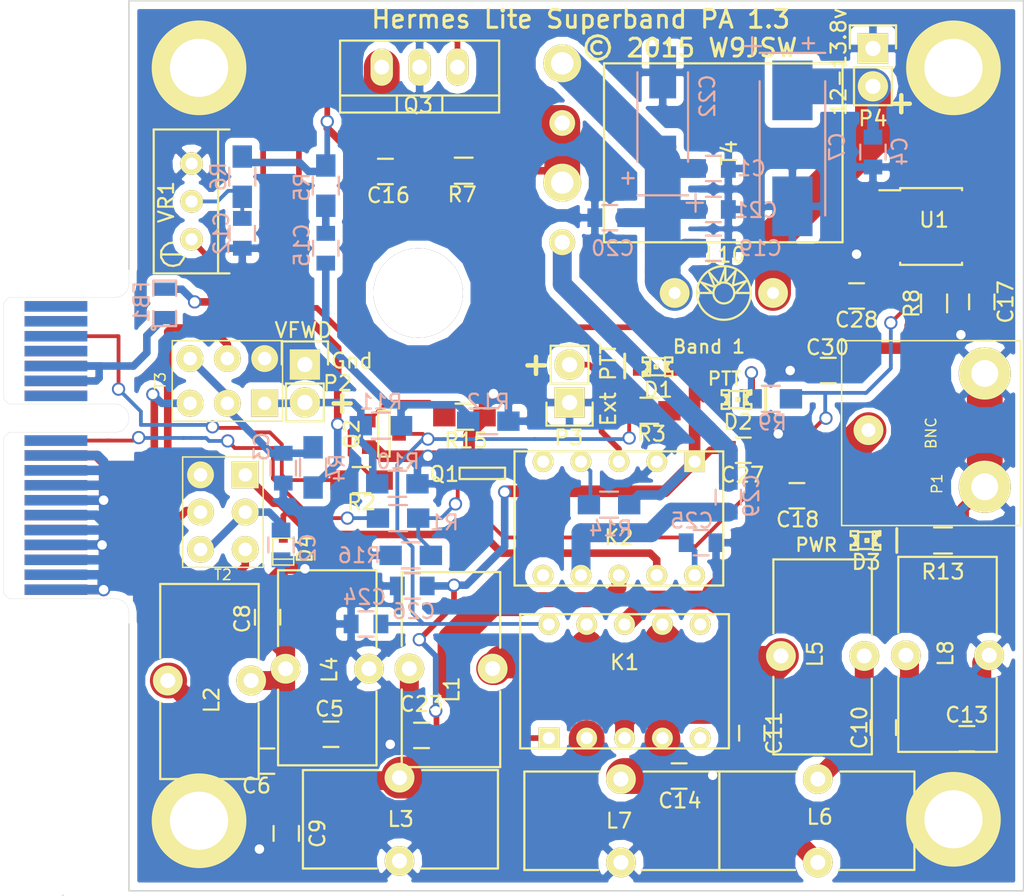
<source format=kicad_pcb>
(kicad_pcb (version 4) (host pcbnew "(2014-10-27 BZR 5228)-product")
  (title_block (title "Hermes Lite Superband 5W Power Amplifier") (date "15 January 2015") (rev 1.0) (company AC9HY))
  (layers (0 F.Cu signal) (31 B.Cu signal) (34 B.Paste user hide) (35 F.Paste user hide) (36 B.SilkS user) (37 F.SilkS user) (38 B.Mask user) (39 F.Mask user) (44 Edge.Cuts user))
  (net 0 "")
  (net 1 GND)
  (net 2 "Net-(C2-Pad1)")
  (net 3 "Net-(C3-Pad1)")
  (net 4 "Net-(C6-Pad2)")
  (net 5 "Net-(C10-Pad1)")
  (net 6 "Net-(C10-Pad2)")
  (net 7 "Net-(C11-Pad1)")
  (net 8 "Net-(C12-Pad2)")
  (net 9 "Net-(C15-Pad1)")
  (net 10 "Net-(C15-Pad2)")
  (net 11 "Net-(C16-Pad1)")
  (net 12 "Net-(C16-Pad2)")
  (net 13 "Net-(CN1-PadA13)")
  (net 14 "Net-(CN1-PadA15)")
  (net 15 "Net-(CN1-PadA17)")
  (net 16 "Net-(CN1-PadB2)")
  (net 17 "Net-(CN1-PadB3)")
  (net 18 "Net-(CN1-PadB5)")
  (net 19 "Net-(CN1-PadB6)")
  (net 20 "Net-(CN1-PadB8)")
  (net 21 "Net-(CN1-PadB9)")
  (net 22 "Net-(CN1-PadB13)")
  (net 23 "Net-(CN1-PadB14)")
  (net 24 "Net-(CN1-PadB15)")
  (net 25 "Net-(CN1-PadB17)")
  (net 26 "Net-(CN1-PadB18)")
  (net 27 "Net-(FB1-Pad2)")
  (net 28 "Net-(K1-Pad3)")
  (net 29 "Net-(K2-Pad3)")
  (net 30 "Net-(K2-Pad4)")
  (net 31 "Net-(Q3-Pad3)")
  (net 32 "Net-(U1-Pad5)")
  (net 33 "Net-(U1-Pad6)")
  (net 34 "Net-(C28-Pad2)")
  (net 35 "Net-(CN1-PadA16)")
  (net 36 "Net-(CN1-PadA18)")
  (net 37 "Net-(C29-Pad1)")
  (net 38 "Net-(C17-Pad1)")
  (net 39 "Net-(C11-Pad2)")
  (net 40 PTT)
  (net 41 /PTT)
  (net 42 "Net-(CN1-PadB12)")
  (net 43 USEROUT4)
  (net 44 "Net-(D1-Pad2)")
  (net 45 "Net-(D2-Pad2)")
  (net 46 "Net-(D3-Pad2)")
  (net 47 BAND1)
  (net 48 "Net-(C1-Pad2)")
  (net 49 "Net-(C29-Pad2)")
  (net 50 "Net-(Q1-PadG)")
  (net 51 "Net-(Q2-PadG)")
  (net 52 "Net-(D4-Pad1)")
  (net 53 "Net-(C18-Pad1)")
  (net 54 "Net-(C18-Pad2)")
  (net 55 "Net-(CN1-PadA11)")
  (net 56 "Net-(CN1-PadA12)")
  (net 57 "Net-(C5-Pad1)")
  (net 58 "Net-(C5-Pad2)")
  (net 59 "Net-(C6-Pad1)")
  (net 60 "Net-(K1-Pad7)")
  (net 61 "Net-(K1-Pad9)")
  (net 62 "Net-(P2-Pad2)")
  (module HERMESLITE:C_0805 (layer B.Cu) (at 144.6 71.5 270)
    (fp_text reference C2 (at 0.2 -1.8 270) (layer B.SilkS) (effects (justify mirror)))
    (fp_text value "0.1 uF" hide)
    (pad 1 smd rect (at -1 0 270) (size 1 1.25) (layers B.Cu B.Paste B.Mask) (net 2 "Net-(C2-Pad1)"))
    (pad 2 smd rect (at 1 0 270) (size 1 1.25) (layers B.Cu B.Paste B.Mask) (net 1 GND))
  )
  (module HERMESLITE:C_0805 (layer B.Cu) (at 144.75 66.35 270)
    (fp_text reference C3 (at -1.45 1.45 270) (layer B.SilkS) (effects (justify mirror)))
    (fp_text value "0.1 uF" hide)
    (pad 1 smd rect (at -1 0 270) (size 1 1.25) (layers B.Cu B.Paste B.Mask) (net 3 "Net-(C3-Pad1)"))
    (pad 2 smd rect (at 1 0 270) (size 1 1.25) (layers B.Cu B.Paste B.Mask) (net 1 GND))
  )
  (module HERMESLITE:C_0805 (layer B.Cu) (at 184.3 45.15 270)
    (fp_text reference C4 (at -0.05 -1.8 270) (layer B.SilkS) (effects (justify mirror)))
    (fp_text value 0.1uF hide)
    (pad 1 smd rect (at -1 0 270) (size 1 1.25) (layers B.Cu B.Paste B.Mask) (net 38 "Net-(C17-Pad1)"))
    (pad 2 smd rect (at 1 0 270) (size 1 1.25) (layers B.Cu B.Paste B.Mask) (net 1 GND))
  )
  (module HERMESLITE:C_0805 (layer F.Cu) (at 147.95 84.2 180)
    (fp_text reference C5 (at 0.1 1.7 180) (layer F.SilkS))
    (fp_text value C hide)
    (pad 1 smd rect (at -1 0 180) (size 1 1.25) (layers F.Cu F.Paste F.Mask) (net 57 "Net-(C5-Pad1)"))
    (pad 2 smd rect (at 1 0 180) (size 1 1.25) (layers F.Cu F.Paste F.Mask) (net 58 "Net-(C5-Pad2)"))
  )
  (module HERMESLITE:C_0805 (layer F.Cu) (at 143.65 86)
    (fp_text reference C6 (at -0.7 1.65) (layer F.SilkS))
    (fp_text value C hide)
    (pad 1 smd rect (at -1 0) (size 1 1.25) (layers F.Cu F.Paste F.Mask) (net 59 "Net-(C6-Pad1)"))
    (pad 2 smd rect (at 1 0) (size 1 1.25) (layers F.Cu F.Paste F.Mask) (net 4 "Net-(C6-Pad2)"))
  )
  (module HERMESLITE:C_0805 (layer F.Cu) (at 143.7 76.35 90)
    (fp_text reference C8 (at -0.1 -1.7 90) (layer F.SilkS))
    (fp_text value C hide)
    (pad 1 smd rect (at -1 0 90) (size 1 1.25) (layers F.Cu F.Paste F.Mask) (net 58 "Net-(C5-Pad2)"))
    (pad 2 smd rect (at 1 0 90) (size 1 1.25) (layers F.Cu F.Paste F.Mask) (net 1 GND))
  )
  (module HERMESLITE:C_0805 (layer F.Cu) (at 144.95 90.85 270)
    (fp_text reference C9 (at 0 -2.1 270) (layer F.SilkS))
    (fp_text value C hide)
    (pad 1 smd rect (at -1 0 270) (size 1 1.25) (layers F.Cu F.Paste F.Mask) (net 4 "Net-(C6-Pad2)"))
    (pad 2 smd rect (at 1 0 270) (size 1 1.25) (layers F.Cu F.Paste F.Mask) (net 1 GND))
  )
  (module HERMESLITE:C_0805 (layer F.Cu) (at 185 83.75 90)
    (fp_text reference C10 (at 0 -1.6 90) (layer F.SilkS))
    (fp_text value C hide)
    (pad 1 smd rect (at -1 0 90) (size 1 1.25) (layers F.Cu F.Paste F.Mask) (net 5 "Net-(C10-Pad1)"))
    (pad 2 smd rect (at 1 0 90) (size 1 1.25) (layers F.Cu F.Paste F.Mask) (net 6 "Net-(C10-Pad2)"))
  )
  (module HERMESLITE:C_0805 (layer F.Cu) (at 176.175 84.125 270)
    (fp_text reference C11 (at 0 -1.5 270) (layer F.SilkS))
    (fp_text value C hide)
    (pad 1 smd rect (at -1 0 270) (size 1 1.25) (layers F.Cu F.Paste F.Mask) (net 7 "Net-(C11-Pad1)"))
    (pad 2 smd rect (at 1 0 270) (size 1 1.25) (layers F.Cu F.Paste F.Mask) (net 39 "Net-(C11-Pad2)"))
  )
  (module HERMESLITE:C_0805 (layer B.Cu) (at 142 50.6 90)
    (fp_text reference C12 (at 0 -1.4 90) (layer B.SilkS) (effects (justify mirror)))
    (fp_text value 0.1uF hide)
    (pad 1 smd rect (at -1 0 90) (size 1 1.25) (layers B.Cu B.Paste B.Mask) (net 1 GND))
    (pad 2 smd rect (at 1 0 90) (size 1 1.25) (layers B.Cu B.Paste B.Mask) (net 8 "Net-(C12-Pad2)"))
  )
  (module HERMESLITE:C_0805 (layer F.Cu) (at 190.6 84.5)
    (fp_text reference C13 (at 0 -1.6) (layer F.SilkS))
    (fp_text value C hide)
    (pad 1 smd rect (at -1 0) (size 1 1.25) (layers F.Cu F.Paste F.Mask) (net 5 "Net-(C10-Pad1)"))
    (pad 2 smd rect (at 1 0) (size 1 1.25) (layers F.Cu F.Paste F.Mask) (net 1 GND))
  )
  (module HERMESLITE:C_0805 (layer B.Cu) (at 147.6 51.6 270)
    (fp_text reference C15 (at -0.2 1.6 270) (layer B.SilkS) (effects (justify mirror)))
    (fp_text value 0.1uF hide)
    (pad 1 smd rect (at -1 0 270) (size 1 1.25) (layers B.Cu B.Paste B.Mask) (net 9 "Net-(C15-Pad1)"))
    (pad 2 smd rect (at 1 0 270) (size 1 1.25) (layers B.Cu B.Paste B.Mask) (net 10 "Net-(C15-Pad2)"))
  )
  (module HERMESLITE:C_0805 (layer F.Cu) (at 151.6 46.45 180)
    (fp_text reference C16 (at -0.2 -1.6 180) (layer F.SilkS))
    (fp_text value 0.1uF hide)
    (pad 1 smd rect (at -1 0 180) (size 1 1.25) (layers F.Cu F.Paste F.Mask) (net 11 "Net-(C16-Pad1)"))
    (pad 2 smd rect (at 1 0 180) (size 1 1.25) (layers F.Cu F.Paste F.Mask) (net 12 "Net-(C16-Pad2)"))
  )
  (module HERMESLITE:C_0805 (layer F.Cu) (at 191.6 55.2 270)
    (fp_text reference C17 (at 0 -1.6 270) (layer F.SilkS))
    (fp_text value 1uF hide)
    (pad 1 smd rect (at -1 0 270) (size 1 1.25) (layers F.Cu F.Paste F.Mask) (net 38 "Net-(C17-Pad1)"))
    (pad 2 smd rect (at 1 0 270) (size 1 1.25) (layers F.Cu F.Paste F.Mask) (net 1 GND))
  )
  (module HERMESLITE:C_0805 (layer B.Cu) (at 173.6 51.6 180)
    (fp_text reference C19 (at -3.15 0 180) (layer B.SilkS) (effects (justify mirror)))
    (fp_text value 0.1uF hide)
    (pad 1 smd rect (at -1 0 180) (size 1 1.25) (layers B.Cu B.Paste B.Mask) (net 1 GND))
    (pad 2 smd rect (at 1 0 180) (size 1 1.25) (layers B.Cu B.Paste B.Mask) (net 48 "Net-(C1-Pad2)"))
  )
  (module HERMESLITE:C_0805 (layer B.Cu) (at 166.65 49.55)
    (fp_text reference C20 (at 0.2 2.05) (layer B.SilkS) (effects (justify mirror)))
    (fp_text value 0.1uF hide)
    (pad 1 smd rect (at -1 0) (size 1 1.25) (layers B.Cu B.Paste B.Mask) (net 1 GND))
    (pad 2 smd rect (at 1 0) (size 1 1.25) (layers B.Cu B.Paste B.Mask) (net 48 "Net-(C1-Pad2)"))
  )
  (module HERMESLITE:C_0805 (layer B.Cu) (at 173.6 49 180)
    (fp_text reference C21 (at -2.85 -0.05 180) (layer B.SilkS) (effects (justify mirror)))
    (fp_text value 4700pF hide)
    (pad 1 smd rect (at -1 0 180) (size 1 1.25) (layers B.Cu B.Paste B.Mask) (net 1 GND))
    (pad 2 smd rect (at 1 0 180) (size 1 1.25) (layers B.Cu B.Paste B.Mask) (net 48 "Net-(C1-Pad2)"))
  )
  (module HERMESLITE:EDGE (layer B.Cu) (at 126 63 90)
    (fp_text reference CN1 hide)
    (fp_text value EDGE hide)
    (fp_line (start -13 8.4) (end -14 8.4) (layer Edge.Cuts) (width 0.02))
    (fp_line (start 9.05 8.4) (end 10 8.4) (layer Edge.Cuts) (width 0.02))
    (fp_arc (start -13.05 7.45) (end -13.05 8.4) (angle -90) (layer Edge.Cuts) (width 0.02))
    (fp_line (start -11.75 0) (end -12.1 0.35) (layer Edge.Cuts) (width 0.02))
    (fp_line (start -12.1 0.35) (end -12.1 7.45) (layer Edge.Cuts) (width 0.02))
    (fp_line (start -1.3 0) (end -11.75 0) (layer Edge.Cuts) (width 0.02))
    (fp_arc (start 9.05 7.45) (end 8.1 7.45) (angle -90) (layer Edge.Cuts) (width 0.02))
    (fp_line (start 7.75 0) (end 8.1 0.35) (layer Edge.Cuts) (width 0.02))
    (fp_line (start 8.1 0.35) (end 8.1 7.45) (layer Edge.Cuts) (width 0.02))
    (fp_line (start 0.95 7.45) (end 0.95 0.35) (layer Edge.Cuts) (width 0.02))
    (fp_line (start 0.95 0.35) (end 1.3 0) (layer Edge.Cuts) (width 0.02))
    (fp_line (start 1.3 0) (end 7.75 0) (layer Edge.Cuts) (width 0.02))
    (fp_line (start -0.95 0.35) (end -0.95 7.45) (layer Edge.Cuts) (width 0.02))
    (fp_line (start -0.95 0.35) (end -1.3 0) (layer Edge.Cuts) (width 0.02))
    (fp_arc (start 0 7.45) (end -0.95 7.45) (angle -90) (layer Edge.Cuts) (width 0.02))
    (fp_arc (start 0 7.45) (end 0 8.4) (angle -90) (layer Edge.Cuts) (width 0.02))
    (pad A1 smd rect (at -11.5 3.5 90) (size 0.7 4.2) (layers B.Cu B.Mask) (net 1 GND))
    (pad A2 smd rect (at -10.5 3.5 90) (size 0.7 4.2) (layers B.Cu B.Mask) (net 1 GND))
    (pad A3 smd rect (at -9.5 3.5 90) (size 0.7 4.2) (layers B.Cu B.Mask) (net 1 GND))
    (pad A4 smd rect (at -8.5 3.5 90) (size 0.7 4.2) (layers B.Cu B.Mask) (net 1 GND))
    (pad A5 smd rect (at -7.5 3.5 90) (size 0.7 4.2) (layers B.Cu B.Mask) (net 1 GND))
    (pad A6 smd rect (at -6.5 3.5 90) (size 0.7 4.2) (layers B.Cu B.Mask) (net 1 GND))
    (pad A7 smd rect (at -5.5 3.5 90) (size 0.7 4.2) (layers B.Cu B.Mask) (net 1 GND))
    (pad A8 smd rect (at -4.5 3.5 90) (size 0.7 4.2) (layers B.Cu B.Mask) (net 1 GND))
    (pad A9 smd rect (at -3.5 3.5 90) (size 0.7 4.2) (layers B.Cu B.Mask) (net 1 GND))
    (pad A10 smd rect (at -2.5 3.5 90) (size 0.7 4.2) (layers B.Cu B.Mask) (net 1 GND))
    (pad A11 smd rect (at -1.5 3.5 90) (size 0.7 4.2) (layers B.Cu B.Mask) (net 55 "Net-(CN1-PadA11)"))
    (pad A12 smd rect (at 1.5 3.5 90) (size 0.7 4.2) (layers B.Cu B.Mask) (net 56 "Net-(CN1-PadA12)"))
    (pad A13 smd rect (at 2.5 3.5 90) (size 0.7 4.2) (layers B.Cu B.Mask) (net 13 "Net-(CN1-PadA13)"))
    (pad A14 smd rect (at 3.5 3.5 90) (size 0.7 4.2) (layers B.Cu B.Mask) (net 13 "Net-(CN1-PadA13)"))
    (pad A15 smd rect (at 4.5 3.5 90) (size 0.7 4.2) (layers B.Cu B.Mask) (net 14 "Net-(CN1-PadA15)"))
    (pad A16 smd rect (at 5.5 3.5 90) (size 0.7 4.2) (layers B.Cu B.Mask) (net 35 "Net-(CN1-PadA16)"))
    (pad A17 smd rect (at 6.5 3.5 90) (size 0.7 4.2) (layers B.Cu B.Mask) (net 15 "Net-(CN1-PadA17)"))
    (pad A18 smd rect (at 7.5 3.5 90) (size 0.7 4.2) (layers B.Cu B.Mask) (net 36 "Net-(CN1-PadA18)"))
    (pad B1 smd rect (at -11.5 3.5 90) (size 0.7 4.2) (layers F.Cu F.Mask) (net 1 GND))
    (pad B2 smd rect (at -10.5 3.5 90) (size 0.7 4.2) (layers F.Cu F.Mask) (net 16 "Net-(CN1-PadB2)"))
    (pad B3 smd rect (at -9.5 3.5 90) (size 0.7 4.2) (layers F.Cu F.Mask) (net 17 "Net-(CN1-PadB3)"))
    (pad B4 smd rect (at -8.5 3.5 90) (size 0.7 4.2) (layers F.Cu F.Mask) (net 1 GND))
    (pad B5 smd rect (at -7.5 3.5 90) (size 0.7 4.2) (layers F.Cu F.Mask) (net 18 "Net-(CN1-PadB5)"))
    (pad B6 smd rect (at -6.5 3.5 90) (size 0.7 4.2) (layers F.Cu F.Mask) (net 19 "Net-(CN1-PadB6)"))
    (pad B7 smd rect (at -5.5 3.5 90) (size 0.7 4.2) (layers F.Cu F.Mask) (net 1 GND))
    (pad B8 smd rect (at -4.5 3.5 90) (size 0.7 4.2) (layers F.Cu F.Mask) (net 20 "Net-(CN1-PadB8)"))
    (pad B9 smd rect (at -3.5 3.5 90) (size 0.7 4.2) (layers F.Cu F.Mask) (net 21 "Net-(CN1-PadB9)"))
    (pad B10 smd rect (at -2.5 3.5 90) (size 0.7 4.2) (layers F.Cu F.Mask) (net 1 GND))
    (pad B11 smd rect (at -1.5 3.5 90) (size 0.7 4.2) (layers F.Cu F.Mask) (net 40 PTT))
    (pad B12 smd rect (at 1.5 3.5 90) (size 0.7 4.2) (layers F.Cu F.Mask) (net 42 "Net-(CN1-PadB12)"))
    (pad B13 smd rect (at 2.5 3.5 90) (size 0.7 4.2) (layers F.Cu F.Mask) (net 22 "Net-(CN1-PadB13)"))
    (pad B14 smd rect (at 3.5 3.5 90) (size 0.7 4.2) (layers F.Cu F.Mask) (net 23 "Net-(CN1-PadB14)"))
    (pad B15 smd rect (at 4.5 3.5 90) (size 0.7 4.2) (layers F.Cu F.Mask) (net 24 "Net-(CN1-PadB15)"))
    (pad B16 smd rect (at 5.5 3.5 90) (size 0.7 4.2) (layers F.Cu F.Mask) (net 43 USEROUT4))
    (pad B17 smd rect (at 6.5 3.5 90) (size 0.7 4.2) (layers F.Cu F.Mask) (net 25 "Net-(CN1-PadB17)"))
    (pad B18 smd rect (at 7.5 3.5 90) (size 0.7 4.2) (layers F.Cu F.Mask) (net 26 "Net-(CN1-PadB18)"))
  )
  (module HERMESLITE:D3002 (layer F.Cu) (at 167.64 80.645)
    (fp_text reference K1 (at 0 -1.27) (layer F.SilkS))
    (fp_text value D3002 hide)
    (pad 1 thru_hole rect (at -5.08 3.81) (size 1.397 1.397) (drill 0.8128) (layers *.Cu *.Mask F.SilkS) (net 38 "Net-(C17-Pad1)"))
    (pad 2 thru_hole circle (at -2.54 3.81) (size 1.397 1.397) (drill 0.8128) (layers *.Cu *.Mask F.SilkS) (net 4 "Net-(C6-Pad2)"))
    (pad 3 thru_hole circle (at 0 3.81) (size 1.397 1.397) (drill 0.8128) (layers *.Cu *.Mask F.SilkS) (net 28 "Net-(K1-Pad3)"))
    (pad 4 thru_hole circle (at 2.54 3.81) (size 1.397 1.397) (drill 0.8128) (layers *.Cu *.Mask F.SilkS) (net 7 "Net-(C11-Pad1)"))
    (pad 5 thru_hole circle (at 5.08 3.81) (size 1.397 1.397) (drill 0.8128) (layers *.Cu *.Mask F.SilkS))
    (pad 6 thru_hole circle (at 5.08 -3.81) (size 1.397 1.397) (drill 0.8128) (layers *.Cu *.Mask F.SilkS))
    (pad 7 thru_hole circle (at 2.54 -3.81) (size 1.397 1.397) (drill 0.8128) (layers *.Cu *.Mask F.SilkS) (net 60 "Net-(K1-Pad7)"))
    (pad 8 thru_hole circle (at 0 -3.81) (size 1.397 1.397) (drill 0.8128) (layers *.Cu *.Mask F.SilkS) (net 53 "Net-(C18-Pad1)"))
    (pad 9 thru_hole circle (at -2.54 -3.81) (size 1.397 1.397) (drill 0.8128) (layers *.Cu *.Mask F.SilkS) (net 61 "Net-(K1-Pad9)"))
    (pad 10 thru_hole circle (at -5.08 -3.81) (size 1.397 1.397) (drill 0.8128) (layers *.Cu *.Mask F.SilkS) (net 47 BAND1))
  )
  (module HERMESLITE:D3002 (layer F.Cu) (at 167.259 69.723 180)
    (fp_text reference K2 (at 0 -1.27 180) (layer F.SilkS))
    (fp_text value D3002 hide)
    (pad 1 thru_hole rect (at -5.08 3.81 180) (size 1.397 1.397) (drill 0.8128) (layers *.Cu *.Mask F.SilkS) (net 38 "Net-(C17-Pad1)"))
    (pad 2 thru_hole circle (at -2.54 3.81 180) (size 1.397 1.397) (drill 0.8128) (layers *.Cu *.Mask F.SilkS) (net 1 GND))
    (pad 3 thru_hole circle (at 0 3.81 180) (size 1.397 1.397) (drill 0.8128) (layers *.Cu *.Mask F.SilkS) (net 29 "Net-(K2-Pad3)"))
    (pad 4 thru_hole circle (at 2.54 3.81 180) (size 1.397 1.397) (drill 0.8128) (layers *.Cu *.Mask F.SilkS) (net 30 "Net-(K2-Pad4)"))
    (pad 5 thru_hole circle (at 5.08 3.81 180) (size 1.397 1.397) (drill 0.8128) (layers *.Cu *.Mask F.SilkS))
    (pad 6 thru_hole circle (at 5.08 -3.81 180) (size 1.397 1.397) (drill 0.8128) (layers *.Cu *.Mask F.SilkS))
    (pad 7 thru_hole circle (at 2.54 -3.81 180) (size 1.397 1.397) (drill 0.8128) (layers *.Cu *.Mask F.SilkS) (net 37 "Net-(C29-Pad1)"))
    (pad 8 thru_hole circle (at 0 -3.81 180) (size 1.397 1.397) (drill 0.8128) (layers *.Cu *.Mask F.SilkS) (net 28 "Net-(K1-Pad3)"))
    (pad 9 thru_hole circle (at -2.54 -3.81 180) (size 1.397 1.397) (drill 0.8128) (layers *.Cu *.Mask F.SilkS) (net 52 "Net-(D4-Pad1)"))
    (pad 10 thru_hole circle (at -5.08 -3.81 180) (size 1.397 1.397) (drill 0.8128) (layers *.Cu *.Mask F.SilkS) (net 41 /PTT))
  )
  (module Choke_Toroid_ThroughHole:Choke_Toroid_6,5x13mm_Vertical (layer F.Cu) (at 159.3 86.4 90)
    (fp_text reference L1 (at 5.2 -3.25 90) (layer F.SilkS))
    (fp_text value INDUCTOR hide)
    (pad 1 thru_hole circle (at 6.604 -0.508 90) (size 1.99898 1.99898) (drill 1.00076) (layers *.Cu *.Mask F.SilkS) (net 61 "Net-(K1-Pad9)"))
    (pad 2 thru_hole circle (at 6.604 -6.096 90) (size 1.99898 1.99898) (drill 1.00076) (layers *.Cu *.Mask F.SilkS) (net 57 "Net-(C5-Pad1)"))
  )
  (module Choke_Toroid_ThroughHole:Choke_Toroid_6,5x13mm_Vertical (layer F.Cu) (at 143.1 87.2 90)
    (fp_text reference L2 (at 5.3 -3.15 90) (layer F.SilkS))
    (fp_text value INDUCTOR hide)
    (pad 1 thru_hole circle (at 6.604 -0.508 90) (size 1.99898 1.99898) (drill 1.00076) (layers *.Cu *.Mask F.SilkS) (net 58 "Net-(C5-Pad2)"))
    (pad 2 thru_hole circle (at 6.604 -6.096 90) (size 1.99898 1.99898) (drill 1.00076) (layers *.Cu *.Mask F.SilkS) (net 59 "Net-(C6-Pad1)"))
  )
  (module Choke_Toroid_ThroughHole:Choke_Toroid_6,5x13mm_Vertical (layer F.Cu) (at 159.15 86.6 180)
    (fp_text reference L3 (at 6.52272 -3.29184 180) (layer F.SilkS))
    (fp_text value INDUCTOR hide)
    (pad 1 thru_hole circle (at 6.604 -0.508 180) (size 1.99898 1.99898) (drill 1.00076) (layers *.Cu *.Mask F.SilkS) (net 4 "Net-(C6-Pad2)"))
    (pad 2 thru_hole circle (at 6.604 -6.096 180) (size 1.99898 1.99898) (drill 1.00076) (layers *.Cu *.Mask F.SilkS) (net 1 GND))
  )
  (module Choke_Toroid_ThroughHole:Choke_Toroid_6,5x13mm_Vertical (layer F.Cu) (at 144.4 73.2 270)
    (fp_text reference L4 (at 6.67512 -3.44932 270) (layer F.SilkS))
    (fp_text value INDUCTOR hide)
    (pad 1 thru_hole circle (at 6.604 -0.508 270) (size 1.99898 1.99898) (drill 1.00076) (layers *.Cu *.Mask F.SilkS) (net 58 "Net-(C5-Pad2)"))
    (pad 2 thru_hole circle (at 6.604 -6.096 270) (size 1.99898 1.99898) (drill 1.00076) (layers *.Cu *.Mask F.SilkS) (net 1 GND))
  )
  (module Choke_Toroid_ThroughHole:Choke_Toroid_6,5x13mm_Vertical (layer F.Cu) (at 184.225 85.55 90)
    (fp_text reference L5 (at 6.731 -3.81 90) (layer F.SilkS))
    (fp_text value INDUCTOR hide)
    (pad 1 thru_hole circle (at 6.604 -0.508 90) (size 1.99898 1.99898) (drill 1.00076) (layers *.Cu *.Mask F.SilkS) (net 6 "Net-(C10-Pad2)"))
    (pad 2 thru_hole circle (at 6.604 -6.096 90) (size 1.99898 1.99898) (drill 1.00076) (layers *.Cu *.Mask F.SilkS) (net 60 "Net-(K1-Pad7)"))
  )
  (module Choke_Toroid_ThroughHole:Choke_Toroid_6,5x13mm_Vertical (layer F.Cu) (at 174 93.3)
    (fp_text reference L6 (at 6.731 -3.556) (layer F.SilkS))
    (fp_text value INDUCTOR hide)
    (pad 1 thru_hole circle (at 6.604 -0.508) (size 1.99898 1.99898) (drill 1.00076) (layers *.Cu *.Mask F.SilkS) (net 39 "Net-(C11-Pad2)"))
    (pad 2 thru_hole circle (at 6.604 -6.096) (size 1.99898 1.99898) (drill 1.00076) (layers *.Cu *.Mask F.SilkS) (net 5 "Net-(C10-Pad1)"))
  )
  (module Choke_Toroid_ThroughHole:Choke_Toroid_6,5x13mm_Vertical (layer F.Cu) (at 174 86.7 180)
    (fp_text reference L7 (at 6.731 -3.302 180) (layer F.SilkS))
    (fp_text value INDUCTOR hide)
    (pad 1 thru_hole circle (at 6.604 -0.508 180) (size 1.99898 1.99898) (drill 1.00076) (layers *.Cu *.Mask F.SilkS) (net 7 "Net-(C11-Pad1)"))
    (pad 2 thru_hole circle (at 6.604 -6.096 180) (size 1.99898 1.99898) (drill 1.00076) (layers *.Cu *.Mask F.SilkS) (net 1 GND))
  )
  (module Choke_Toroid_ThroughHole:Choke_Toroid_6,5x13mm_Vertical (layer F.Cu) (at 186 72.3 270)
    (fp_text reference L8 (at 6.477 -3.175 270) (layer F.SilkS))
    (fp_text value INDUCTOR hide)
    (pad 1 thru_hole circle (at 6.604 -0.508 270) (size 1.99898 1.99898) (drill 1.00076) (layers *.Cu *.Mask F.SilkS) (net 5 "Net-(C10-Pad1)"))
    (pad 2 thru_hole circle (at 6.604 -6.096 270) (size 1.99898 1.99898) (drill 1.00076) (layers *.Cu *.Mask F.SilkS) (net 1 GND))
  )
  (module HERMESLITE:BNCRA (layer F.Cu) (at 191.8 63.8 90)
    (fp_text reference P1 (at -3.6 -3.2 90) (layer F.SilkS) (effects (font (size 0.7 0.7) (thickness 0.1))))
    (fp_text value BNC (at -0.2 -3.6 90) (layer F.SilkS) (effects (font (size 0.7 0.7) (thickness 0.1))))
    (pad 2 thru_hole circle (at -3.8 0 90) (size 3.5 3.5) (drill 1.8) (layers *.Cu *.Mask F.SilkS) (net 1 GND))
    (pad 2 thru_hole circle (at 3.8 0 90) (size 3.5 3.5) (drill 1.8) (layers *.Cu *.Mask F.SilkS) (net 1 GND))
    (pad 1 thru_hole circle (at 0 -7.8 90) (size 2 2) (drill 0.92) (layers *.Cu *.Mask F.SilkS) (net 54 "Net-(C18-Pad2)"))
  )
  (module HERMESLITE:TRANSF (layer F.Cu) (at 142.2 66.8 180)
    (fp_text reference T2 (at 1.5 -6.7 180) (layer F.SilkS) (effects (font (size 0.7 0.7) (thickness 0.1))))
    (fp_text value 8:1 hide)
    (pad 1 thru_hole rect (at 0 0 180) (size 1.8 1.8) (drill 0.9) (layers *.Cu *.Mask F.SilkS) (net 52 "Net-(D4-Pad1)"))
    (pad 3 thru_hole circle (at 0 -2.5 180) (size 1.8 1.8) (drill 0.9) (layers *.Cu *.Mask F.SilkS) (net 2 "Net-(C2-Pad1)"))
    (pad 2 thru_hole circle (at 3 0 180) (size 1.8 1.8) (drill 0.9) (layers *.Cu *.Mask F.SilkS) (net 1 GND))
    (pad 5 thru_hole circle (at 0 -5 180) (size 1.8 1.8) (drill 0.9) (layers *.Cu *.Mask F.SilkS) (net 16 "Net-(CN1-PadB2)"))
    (pad 6 thru_hole circle (at 3 -5 180) (size 1.8 1.8) (drill 0.9) (layers *.Cu *.Mask F.SilkS) (net 2 "Net-(C2-Pad1)"))
    (pad 4 thru_hole circle (at 3 -2.5 180) (size 1.8 1.8) (drill 0.9) (layers *.Cu *.Mask F.SilkS) (net 17 "Net-(CN1-PadB3)"))
  )
  (module HERMESLITE:TRANSF (layer F.Cu) (at 143.5 62 90)
    (fp_text reference T3 (at 1.5 -7 90) (layer F.SilkS) (effects (font (size 0.7 0.7) (thickness 0.1))))
    (fp_text value 4:1 hide)
    (pad 1 thru_hole rect (at 0 0 90) (size 1.8 1.8) (drill 0.9) (layers *.Cu *.Mask F.SilkS) (net 62 "Net-(P2-Pad2)"))
    (pad 3 thru_hole circle (at 0 -2.5 90) (size 1.8 1.8) (drill 0.9) (layers *.Cu *.Mask F.SilkS) (net 3 "Net-(C3-Pad1)"))
    (pad 2 thru_hole circle (at 3 0 90) (size 1.8 1.8) (drill 0.9) (layers *.Cu *.Mask F.SilkS) (net 1 GND))
    (pad 5 thru_hole circle (at 0 -5 90) (size 1.8 1.8) (drill 0.9) (layers *.Cu *.Mask F.SilkS) (net 19 "Net-(CN1-PadB6)"))
    (pad 6 thru_hole circle (at 3 -5 90) (size 1.8 1.8) (drill 0.9) (layers *.Cu *.Mask F.SilkS) (net 3 "Net-(C3-Pad1)"))
    (pad 4 thru_hole circle (at 3 -2.5 90) (size 1.8 1.8) (drill 0.9) (layers *.Cu *.Mask F.SilkS) (net 18 "Net-(CN1-PadB5)"))
  )
  (module HERMESLITE:OUT_TRANSF (layer F.Cu) (at 163.4617 45.1993 270)
    (fp_text reference T4 (at 0 -11.2 270) (layer F.SilkS))
    (fp_text value OUT_TRANSF hide)
    (pad 1 thru_hole circle (at -6 0 270) (size 2.54 2.54) (drill 1.5) (layers *.Cu *.Mask F.SilkS) (net 48 "Net-(C1-Pad2)"))
    (pad 2 thru_hole circle (at -2 0 270) (size 1.7272 1.7272) (drill 1.016) (layers *.Cu *.Mask F.SilkS) (net 31 "Net-(Q3-Pad3)"))
    (pad 3 thru_hole circle (at 2 0 270) (size 2.54 2.54) (drill 1.5) (layers *.Cu *.Mask F.SilkS) (net 31 "Net-(Q3-Pad3)"))
    (pad 4 thru_hole circle (at 6 0 270) (size 1.7272 1.7272) (drill 1.016) (layers *.Cu *.Mask F.SilkS) (net 49 "Net-(C29-Pad2)"))
  )
  (module Housings_SOIC:SOIC-8_3.9x4.9mm_Pitch1.27mm (layer F.Cu) (at 188.2013 50.1396)
    (fp_text reference U1 (at 0.1987 -0.4396) (layer F.SilkS))
    (fp_text value LP2951-50D hide)
    (pad 1 smd rect (at -2.7 -1.905) (size 1.55 0.6) (layers F.Cu F.Paste F.Mask) (net 34 "Net-(C28-Pad2)"))
    (pad 2 smd rect (at -2.7 -0.635) (size 1.55 0.6) (layers F.Cu F.Paste F.Mask) (net 34 "Net-(C28-Pad2)"))
    (pad 3 smd rect (at -2.7 0.635) (size 1.55 0.6) (layers F.Cu F.Paste F.Mask) (net 41 /PTT))
    (pad 4 smd rect (at -2.7 1.905) (size 1.55 0.6) (layers F.Cu F.Paste F.Mask) (net 1 GND))
    (pad 5 smd rect (at 2.7 1.905) (size 1.55 0.6) (layers F.Cu F.Paste F.Mask) (net 32 "Net-(U1-Pad5)"))
    (pad 6 smd rect (at 2.7 0.635) (size 1.55 0.6) (layers F.Cu F.Paste F.Mask) (net 33 "Net-(U1-Pad6)"))
    (pad 7 smd rect (at 2.7 -0.635) (size 1.55 0.6) (layers F.Cu F.Paste F.Mask) (net 33 "Net-(U1-Pad6)"))
    (pad 8 smd rect (at 2.7 -1.905) (size 1.55 0.6) (layers F.Cu F.Paste F.Mask) (net 38 "Net-(C17-Pad1)"))
  )
  (module Potentiometers:Potentiometer_Bourns_3296W_3-8Zoll_Inline_ScrewUp (layer F.Cu) (at 138.6 51)
    (fp_text reference VR1 (at -1.7 -2.5 90) (layer F.SilkS))
    (fp_text value "1k MT" hide)
    (pad 2 thru_hole circle (at 0 -2.54) (size 1.524 1.524) (drill 0.8128) (layers *.Cu *.Mask F.SilkS) (net 8 "Net-(C12-Pad2)"))
    (pad 3 thru_hole circle (at 0 -5.08) (size 1.524 1.524) (drill 0.8128) (layers *.Cu *.Mask F.SilkS) (net 1 GND))
    (pad 1 thru_hole circle (at 0 0) (size 1.524 1.524) (drill 0.8128) (layers *.Cu *.Mask F.SilkS) (net 34 "Net-(C28-Pad2)"))
  )
  (module Transistors_TO-220:TO-220_Neutral123_Vertical (layer F.Cu) (at 153.89352 39.45128 180)
    (fp_text reference Q3 (at 0.09352 -2.54872 180) (layer F.SilkS))
    (fp_text value RD16HHF1 hide)
    (pad 2 thru_hole oval (at 0 0 270) (size 2.49936 1.50114) (drill 1.00076) (layers *.Cu *.Mask F.SilkS) (net 1 GND))
    (pad 1 thru_hole oval (at -2.54 0 270) (size 2.49936 1.50114) (drill 1.00076) (layers *.Cu *.Mask F.SilkS) (net 12 "Net-(C16-Pad2)"))
    (pad 3 thru_hole oval (at 2.54 0 270) (size 2.49936 1.50114) (drill 1.00076) (layers *.Cu *.Mask F.SilkS) (net 31 "Net-(Q3-Pad3)"))
  )
  (module HERMESLITE:C_0805 (layer B.Cu) (at 153.4 74.25)
    (fp_text reference C26 (at 0.1 1.7) (layer B.SilkS) (effects (justify mirror)))
    (fp_text value 0.1uF hide)
    (pad 1 smd rect (at -1 0) (size 1 1.25) (layers B.Cu B.Paste B.Mask) (net 1 GND))
    (pad 2 smd rect (at 1 0) (size 1 1.25) (layers B.Cu B.Paste B.Mask) (net 38 "Net-(C17-Pad1)"))
  )
  (module HERMESLITE:C_0805 (layer F.Cu) (at 183.2 54.8 180)
    (fp_text reference C28 (at 0 -1.6 180) (layer F.SilkS))
    (fp_text value 1uF hide)
    (pad 1 smd rect (at -1 0 180) (size 1 1.25) (layers F.Cu F.Paste F.Mask) (net 1 GND))
    (pad 2 smd rect (at 1 0 180) (size 1 1.25) (layers F.Cu F.Paste F.Mask) (net 34 "Net-(C28-Pad2)"))
  )
  (module Choke_Toroid_ThroughHole:Choke_Toroid_horizontal_Diameter3-5mm_Amidon-T12 (layer F.Cu) (at 174.3 54.6 180)
    (fp_text reference L10 (at -0.1 2.55 180) (layer F.SilkS))
    (fp_text value "FT37-43 11T #26" hide)
    (pad 1 thru_hole circle (at -3.29946 0 180) (size 1.99898 1.99898) (drill 0.8001) (layers *.Cu *.Mask F.SilkS) (net 38 "Net-(C17-Pad1)"))
    (pad 2 thru_hole circle (at 3.29946 0 180) (size 1.99898 1.99898) (drill 0.8001) (layers *.Cu *.Mask F.SilkS) (net 48 "Net-(C1-Pad2)"))
  )
  (module HERMESLITE:C_0805 (layer B.Cu) (at 174.6 68.3 90)
    (fp_text reference C29 (at 0.1 1.55 90) (layer B.SilkS) (effects (justify mirror)))
    (fp_text value 0.1uF hide)
    (pad 1 smd rect (at -1 0 90) (size 1 1.25) (layers B.Cu B.Paste B.Mask) (net 37 "Net-(C29-Pad1)"))
    (pad 2 smd rect (at 1 0 90) (size 1 1.25) (layers B.Cu B.Paste B.Mask) (net 49 "Net-(C29-Pad2)"))
  )
  (module HERMESLITE:C_0805 (layer F.Cu) (at 171.3 87)
    (fp_text reference C14 (at 0.05 1.65) (layer F.SilkS))
    (fp_text value C hide)
    (pad 1 smd rect (at -1 0) (size 1 1.25) (layers F.Cu F.Paste F.Mask) (net 7 "Net-(C11-Pad1)"))
    (pad 2 smd rect (at 1 0) (size 1 1.25) (layers F.Cu F.Paste F.Mask) (net 1 GND))
  )
  (module Mounting_Holes:MountingHole_6mm (layer F.Cu) (at 153.8 54.6)
    (fp_text reference MountingHole_6mm hide)
    (fp_text value VAL** hide)
    (pad 1 thru_hole circle (at 0 0) (size 5.99948 5.99948) (drill 5.99948) (layers))
  )
  (module SMD_Packages:SMD-0805 (layer B.Cu) (at 136.8 55.3 90)
    (fp_text reference FB1 (at 0.1 -1.55 90) (layer B.SilkS) (effects (justify mirror)))
    (fp_text value FB hide)
    (pad 1 smd rect (at -0.9525 0 90) (size 0.889 1.397) (layers B.Cu B.Paste B.Mask) (net 13 "Net-(CN1-PadA13)"))
    (pad 2 smd rect (at 0.9525 0 90) (size 0.889 1.397) (layers B.Cu B.Paste B.Mask) (net 27 "Net-(FB1-Pad2)"))
  )
  (module Resistors_SMD:R_0805_HandSoldering (layer B.Cu) (at 146.75 66.3 270)
    (fp_text reference R4 (at 0.05 -1.6 270) (layer B.SilkS) (effects (justify mirror)))
    (fp_text value 0 hide)
    (pad 1 smd rect (at -1.35 0 270) (size 1.5 1.3) (layers B.Cu B.Paste B.Mask) (net 3 "Net-(C3-Pad1)"))
    (pad 2 smd rect (at 1.35 0 270) (size 1.5 1.3) (layers B.Cu B.Paste B.Mask) (net 27 "Net-(FB1-Pad2)"))
  )
  (module Resistors_SMD:R_0805_HandSoldering (layer B.Cu) (at 147.6 47.4 270)
    (fp_text reference R5 (at 0.1 1.6 270) (layer B.SilkS) (effects (justify mirror)))
    (fp_text value 6.8 hide)
    (pad 1 smd rect (at -1.35 0 270) (size 1.5 1.3) (layers B.Cu B.Paste B.Mask) (net 12 "Net-(C16-Pad2)"))
    (pad 2 smd rect (at 1.35 0 270) (size 1.5 1.3) (layers B.Cu B.Paste B.Mask) (net 9 "Net-(C15-Pad1)"))
  )
  (module Resistors_SMD:R_0805_HandSoldering (layer B.Cu) (at 142 46.8 270)
    (fp_text reference R6 (at 0 1.6 270) (layer B.SilkS) (effects (justify mirror)))
    (fp_text value 10k hide)
    (pad 1 smd rect (at -1.35 0 270) (size 1.5 1.3) (layers B.Cu B.Paste B.Mask) (net 12 "Net-(C16-Pad2)"))
    (pad 2 smd rect (at 1.35 0 270) (size 1.5 1.3) (layers B.Cu B.Paste B.Mask) (net 8 "Net-(C12-Pad2)"))
  )
  (module Resistors_SMD:R_0805_HandSoldering (layer F.Cu) (at 156.85 46.4 180)
    (fp_text reference R7 (at 0.1 -1.6 180) (layer F.SilkS))
    (fp_text value 270 hide)
    (pad 1 smd rect (at -1.35 0 180) (size 1.5 1.3) (layers F.Cu F.Paste F.Mask) (net 31 "Net-(Q3-Pad3)"))
    (pad 2 smd rect (at 1.35 0 180) (size 1.5 1.3) (layers F.Cu F.Paste F.Mask) (net 11 "Net-(C16-Pad1)"))
  )
  (module Resistors_SMD:R_0805_HandSoldering (layer F.Cu) (at 188.4 55.3 270)
    (fp_text reference R8 (at 0 1.5 270) (layer F.SilkS))
    (fp_text value 10k hide)
    (pad 1 smd rect (at -1.35 0 270) (size 1.5 1.3) (layers F.Cu F.Paste F.Mask) (net 41 /PTT))
    (pad 2 smd rect (at 1.35 0 270) (size 1.5 1.3) (layers F.Cu F.Paste F.Mask) (net 38 "Net-(C17-Pad1)"))
  )
  (module Resistors_SMD:R_0805_HandSoldering (layer B.Cu) (at 152.4 67.4 180)
    (fp_text reference R10 (at -0.05 1.5 180) (layer B.SilkS) (effects (justify mirror)))
    (fp_text value 270 hide)
    (pad 1 smd rect (at -1.35 0 180) (size 1.5 1.3) (layers B.Cu B.Paste B.Mask) (net 1 GND))
    (pad 2 smd rect (at 1.35 0 180) (size 1.5 1.3) (layers B.Cu B.Paste B.Mask) (net 62 "Net-(P2-Pad2)"))
  )
  (module Resistors_SMD:R_0805_HandSoldering (layer B.Cu) (at 151.3 63.5 180)
    (fp_text reference R11 (at 0 1.6 180) (layer B.SilkS) (effects (justify mirror)))
    (fp_text value 18 hide)
    (pad 1 smd rect (at -1.35 0 180) (size 1.5 1.3) (layers B.Cu B.Paste B.Mask) (net 10 "Net-(C15-Pad2)"))
    (pad 2 smd rect (at 1.35 0 180) (size 1.5 1.3) (layers B.Cu B.Paste B.Mask) (net 62 "Net-(P2-Pad2)"))
  )
  (module Resistors_SMD:R_0805_HandSoldering (layer B.Cu) (at 158.5 63.2 180)
    (fp_text reference R12 (at 0 1.3 180) (layer B.SilkS) (effects (justify mirror)))
    (fp_text value 270 hide)
    (pad 1 smd rect (at -1.35 0 180) (size 1.5 1.3) (layers B.Cu B.Paste B.Mask) (net 1 GND))
    (pad 2 smd rect (at 1.35 0 180) (size 1.5 1.3) (layers B.Cu B.Paste B.Mask) (net 10 "Net-(C15-Pad2)"))
  )
  (module HERMESLITE:C_0805 (layer F.Cu) (at 181.3 59.8 180)
    (fp_text reference C30 (at 0.05 1.55 180) (layer F.SilkS))
    (fp_text value 0.1uF hide)
    (pad 1 smd rect (at -1 0 180) (size 1 1.25) (layers F.Cu F.Paste F.Mask) (net 38 "Net-(C17-Pad1)"))
    (pad 2 smd rect (at 1 0 180) (size 1 1.25) (layers F.Cu F.Paste F.Mask) (net 1 GND))
  )
  (module Resistors_SMD:R_0805_HandSoldering (layer B.Cu) (at 152.45 69.7 180)
    (fp_text reference R1 (at -3.1 -0.3 180) (layer B.SilkS) (effects (justify mirror)))
    (fp_text value 499 hide)
    (pad 1 smd rect (at -1.35 0 180) (size 1.5 1.3) (layers B.Cu B.Paste B.Mask) (net 50 "Net-(Q1-PadG)"))
    (pad 2 smd rect (at 1.35 0 180) (size 1.5 1.3) (layers B.Cu B.Paste B.Mask) (net 40 PTT))
  )
  (module Resistors_SMD:R_0805_HandSoldering (layer F.Cu) (at 150 67.15 180)
    (fp_text reference R2 (at 0 -1.5 180) (layer F.SilkS))
    (fp_text value 499 hide)
    (pad 1 smd rect (at -1.35 0 180) (size 1.5 1.3) (layers F.Cu F.Paste F.Mask) (net 51 "Net-(Q2-PadG)"))
    (pad 2 smd rect (at 1.35 0 180) (size 1.5 1.3) (layers F.Cu F.Paste F.Mask) (net 43 USEROUT4))
  )
  (module Capacitors_Tantalum_SMD:TantalC_SizeD_EIA-7343_HandSoldering (layer B.Cu) (at 178.9 44.9 270)
    (fp_text reference C7 (at -0.1 -3 270) (layer B.SilkS) (effects (justify mirror)))
    (fp_text value "47uF 25V" hide)
    (fp_text user + (at -7.05 -1 270) (layer B.SilkS) (effects (justify mirror)))
    (pad 2 smd rect (at 3.88874 0 270) (size 4.0005 2.70002) (layers B.Cu B.Paste B.Mask) (net 1 GND))
    (pad 1 smd rect (at -3.88874 0 270) (size 4.0005 2.70002) (layers B.Cu B.Paste B.Mask) (net 38 "Net-(C17-Pad1)"))
  )
  (module Capacitors_Tantalum_SMD:TantalC_SizeC_EIA-6032_HandSoldering (layer B.Cu) (at 170.2 42.8 90)
    (fp_text reference C22 (at 1.4 3 90) (layer B.SilkS) (effects (justify mirror)))
    (fp_text value "10uF 25V" hide)
    (fp_text user + (at -4.1 -2.4 90) (layer B.SilkS) (effects (justify mirror)))
    (pad 2 smd rect (at 2.99974 0 90) (size 3.50012 1.80086) (layers B.Cu B.Paste B.Mask) (net 1 GND))
    (pad 1 smd rect (at -2.99974 0 90) (size 3.50012 1.80086) (layers B.Cu B.Paste B.Mask) (net 48 "Net-(C1-Pad2)"))
  )
  (module LEDs:LED-0805 (layer F.Cu) (at 169.85 59.55 180)
    (fp_text reference D1 (at -0.05 -1.55 180) (layer F.SilkS))
    (fp_text value "YEL LED (Band1)" hide)
    (pad 1 smd rect (at -1.04902 0 180) (size 1.19888 1.19888) (layers F.Cu F.Paste F.Mask) (net 38 "Net-(C17-Pad1)"))
    (pad 2 smd rect (at 1.04902 0 180) (size 1.19888 1.19888) (layers F.Cu F.Paste F.Mask) (net 44 "Net-(D1-Pad2)"))
  )
  (module LEDs:LED-0805 (layer F.Cu) (at 175.15 61.75)
    (fp_text reference D2 (at 0.1 1.5) (layer F.SilkS))
    (fp_text value "RED LED (PTT)" hide)
    (pad 1 smd rect (at -1.04902 0) (size 1.19888 1.19888) (layers F.Cu F.Paste F.Mask) (net 38 "Net-(C17-Pad1)"))
    (pad 2 smd rect (at 1.04902 0) (size 1.19888 1.19888) (layers F.Cu F.Paste F.Mask) (net 45 "Net-(D2-Pad2)"))
  )
  (module LEDs:LED-0805 (layer F.Cu) (at 183.8 71.2)
    (fp_text reference D3 (at 0.05 1.45) (layer F.SilkS))
    (fp_text value "GRN LED (PWR ON)" hide)
    (pad 1 smd rect (at -1.04902 0) (size 1.19888 1.19888) (layers F.Cu F.Paste F.Mask) (net 38 "Net-(C17-Pad1)"))
    (pad 2 smd rect (at 1.04902 0) (size 1.19888 1.19888) (layers F.Cu F.Paste F.Mask) (net 46 "Net-(D3-Pad2)"))
  )
  (module Resistors_SMD:R_0805_HandSoldering (layer F.Cu) (at 169.3 62.5)
    (fp_text reference R3 (at 0.15 1.55 180) (layer F.SilkS))
    (fp_text value 4.99k hide)
    (pad 1 smd rect (at -1.35 0) (size 1.5 1.3) (layers F.Cu F.Paste F.Mask) (net 47 BAND1))
    (pad 2 smd rect (at 1.35 0) (size 1.5 1.3) (layers F.Cu F.Paste F.Mask) (net 44 "Net-(D1-Pad2)"))
  )
  (module Resistors_SMD:R_0805_HandSoldering (layer B.Cu) (at 177.45 61.7 180)
    (fp_text reference R9 (at -0.1 -1.6 180) (layer B.SilkS) (effects (justify mirror)))
    (fp_text value 4.99k hide)
    (pad 1 smd rect (at -1.35 0 180) (size 1.5 1.3) (layers B.Cu B.Paste B.Mask) (net 41 /PTT))
    (pad 2 smd rect (at 1.35 0 180) (size 1.5 1.3) (layers B.Cu B.Paste B.Mask) (net 45 "Net-(D2-Pad2)"))
  )
  (module Resistors_SMD:R_0805_HandSoldering (layer F.Cu) (at 189 71.2 180)
    (fp_text reference R13 (at 0 -2.1 180) (layer F.SilkS))
    (fp_text value 4.99k hide)
    (pad 1 smd rect (at -1.35 0 180) (size 1.5 1.3) (layers F.Cu F.Paste F.Mask) (net 1 GND))
    (pad 2 smd rect (at 1.35 0 180) (size 1.5 1.3) (layers F.Cu F.Paste F.Mask) (net 46 "Net-(D3-Pad2)"))
  )
  (module HERMESLITE:MH (layer F.Cu) (at 189.7 39.5)
    (fp_text reference MH hide)
    (fp_text value VAL** hide)
    (pad "" thru_hole circle (at 0 0) (size 6.35 6.35) (drill 3.9) (layers *.Cu *.Mask F.SilkS) (net 1 GND))
  )
  (module HERMESLITE:MH (layer F.Cu) (at 139.1 39.5)
    (fp_text reference MH hide)
    (fp_text value VAL** hide)
    (pad "" thru_hole circle (at 0 0) (size 6.35 6.35) (drill 3.9) (layers *.Cu *.Mask F.SilkS) (net 1 GND))
  )
  (module HERMESLITE:MH (layer F.Cu) (at 189.7 89.9)
    (fp_text reference MH hide)
    (fp_text value VAL** hide)
    (pad "" thru_hole circle (at 0 0) (size 6.35 6.35) (drill 3.9) (layers *.Cu *.Mask F.SilkS) (net 1 GND))
  )
  (module HERMESLITE:MH (layer F.Cu) (at 139.1 90)
    (fp_text reference MH hide)
    (fp_text value VAL** hide)
    (pad "" thru_hole circle (at 0 0) (size 6.35 6.35) (drill 3.9) (layers *.Cu *.Mask F.SilkS) (net 1 GND))
  )
  (module HERMESLITE:C_0805 (layer B.Cu) (at 173.6 46.25 180)
    (fp_text reference C1 (at -2.55 0 180) (layer B.SilkS) (effects (justify mirror)))
    (fp_text value 0.1uF hide)
    (pad 1 smd rect (at -1 0 180) (size 1 1.25) (layers B.Cu B.Paste B.Mask) (net 1 GND))
    (pad 2 smd rect (at 1 0 180) (size 1 1.25) (layers B.Cu B.Paste B.Mask) (net 48 "Net-(C1-Pad2)"))
  )
  (module Pin_Headers:Pin_Header_Straight_1x02 (layer F.Cu) (at 163.95 61.95 180)
    (fp_text reference P3 (at 0.05 -2.35 180) (layer F.SilkS))
    (fp_text value "Ext PTT" (at -2.6 1.2 270) (layer F.SilkS))
    (pad 1 thru_hole rect (at 0 0 180) (size 2.032 2.032) (drill 1.016) (layers *.Cu *.Mask F.SilkS) (net 1 GND))
    (pad 2 thru_hole oval (at 0 2.54 180) (size 2.032 2.032) (drill 1.016) (layers *.Cu *.Mask F.SilkS) (net 29 "Net-(K2-Pad3)"))
  )
  (module Resistors_SMD:R_0805_HandSoldering (layer B.Cu) (at 166.6 68.8)
    (fp_text reference R14 (at 0.1 1.6) (layer B.SilkS) (effects (justify mirror)))
    (fp_text value 4.99k hide)
    (pad 1 smd rect (at -1.35 0) (size 1.5 1.3) (layers B.Cu B.Paste B.Mask) (net 30 "Net-(K2-Pad4)"))
    (pad 2 smd rect (at 1.35 0) (size 1.5 1.3) (layers B.Cu B.Paste B.Mask) (net 38 "Net-(C17-Pad1)"))
  )
  (module Pin_Headers:Pin_Header_Straight_1x02 (layer F.Cu) (at 184.3 38.2)
    (fp_text reference P4 (at 0 4.7) (layer F.SilkS))
    (fp_text value 12-13.8v (at -2.3 0.9 90) (layer F.SilkS))
    (pad 1 thru_hole rect (at 0 0) (size 2.032 2.032) (drill 1.016) (layers *.Cu *.Mask F.SilkS) (net 1 GND))
    (pad 2 thru_hole oval (at 0 2.54) (size 2.032 2.032) (drill 1.016) (layers *.Cu *.Mask F.SilkS) (net 38 "Net-(C17-Pad1)"))
  )
  (module HERMESLITE:SOT-23-GDS (layer F.Cu) (at 158.1 66.7)
    (fp_text reference Q1 (at -2.55 0.05) (layer F.SilkS))
    (fp_text value FDV301 hide)
    (pad S smd rect (at -0.889 -1.016) (size 0.9144 0.9144) (layers F.Cu F.Paste F.Mask) (net 1 GND))
    (pad G smd rect (at 0.889 -1.016) (size 0.9144 0.9144) (layers F.Cu F.Paste F.Mask) (net 50 "Net-(Q1-PadG)"))
    (pad D smd rect (at 0 1.016) (size 0.9144 0.9144) (layers F.Cu F.Paste F.Mask) (net 41 /PTT))
  )
  (module HERMESLITE:SOT-23-GDS (layer F.Cu) (at 151.5 64.05 90)
    (fp_text reference Q2 (at 0 -2.159 90) (layer F.SilkS))
    (fp_text value FDV301 hide)
    (pad S smd rect (at -0.889 -1.016 90) (size 0.9144 0.9144) (layers F.Cu F.Paste F.Mask) (net 1 GND))
    (pad G smd rect (at 0.889 -1.016 90) (size 0.9144 0.9144) (layers F.Cu F.Paste F.Mask) (net 51 "Net-(Q2-PadG)"))
    (pad D smd rect (at 0 1.016 90) (size 0.9144 0.9144) (layers F.Cu F.Paste F.Mask) (net 47 BAND1))
  )
  (module Resistors_SMD:R_0805_HandSoldering (layer F.Cu) (at 156.9 62.9 180)
    (fp_text reference R15 (at -0.1 -1.6 180) (layer F.SilkS))
    (fp_text value 10k hide)
    (pad 1 smd rect (at -1.35 0 180) (size 1.5 1.3) (layers F.Cu F.Paste F.Mask) (net 1 GND))
    (pad 2 smd rect (at 1.35 0 180) (size 1.5 1.3) (layers F.Cu F.Paste F.Mask) (net 51 "Net-(Q2-PadG)"))
  )
  (module Resistors_SMD:R_0805_HandSoldering (layer B.Cu) (at 153.3 72.2)
    (fp_text reference R16 (at -3.45 0) (layer B.SilkS) (effects (justify mirror)))
    (fp_text value 10k hide)
    (pad 1 smd rect (at -1.35 0) (size 1.5 1.3) (layers B.Cu B.Paste B.Mask) (net 1 GND))
    (pad 2 smd rect (at 1.35 0) (size 1.5 1.3) (layers B.Cu B.Paste B.Mask) (net 50 "Net-(Q1-PadG)"))
  )
  (module HERMESLITE:SOD323 (layer F.Cu) (at 144.75 71.95 270)
    (fp_text reference D4 (at -0.2 -1.45 270) (layer F.SilkS))
    (fp_text value DIODESCH2 hide)
    (pad 2 smd rect (at 1.09982 0 270) (size 1.00076 0.59944) (layers F.Cu F.Paste F.Mask) (net 1 GND))
    (pad 1 smd rect (at -1.09982 0 270) (size 1.00076 0.59944) (layers F.Cu F.Paste F.Mask) (net 52 "Net-(D4-Pad1)"))
  )
  (module HERMESLITE:C_0805 (layer F.Cu) (at 179.2 68.2)
    (fp_text reference C18 (at 0.05 1.6) (layer F.SilkS))
    (fp_text value 0.1uF hide)
    (pad 1 smd rect (at -1 0) (size 1 1.25) (layers F.Cu F.Paste F.Mask) (net 53 "Net-(C18-Pad1)"))
    (pad 2 smd rect (at 1 0) (size 1 1.25) (layers F.Cu F.Paste F.Mask) (net 54 "Net-(C18-Pad2)"))
  )
  (module HERMESLITE:C_0805 (layer F.Cu) (at 154.025 84.275)
    (fp_text reference C23 (at 0 -2.1) (layer F.SilkS))
    (fp_text value 0.01uF hide)
    (pad 1 smd rect (at -1 0) (size 1 1.25) (layers F.Cu F.Paste F.Mask) (net 1 GND))
    (pad 2 smd rect (at 1 0) (size 1 1.25) (layers F.Cu F.Paste F.Mask) (net 38 "Net-(C17-Pad1)"))
  )
  (module HERMESLITE:C_0805 (layer B.Cu) (at 150.3 76.8)
    (fp_text reference C24 (at -0.1 -1.8) (layer B.SilkS) (effects (justify mirror)))
    (fp_text value 0.01uF hide)
    (pad 1 smd rect (at -1 0) (size 1 1.25) (layers B.Cu B.Paste B.Mask) (net 1 GND))
    (pad 2 smd rect (at 1 0) (size 1 1.25) (layers B.Cu B.Paste B.Mask) (net 47 BAND1))
  )
  (module HERMESLITE:C_0805 (layer B.Cu) (at 172.775 71.35)
    (fp_text reference C25 (at -0.625 -1.475) (layer B.SilkS) (effects (justify mirror)))
    (fp_text value 0.01uF hide)
    (pad 1 smd rect (at -1 0) (size 1 1.25) (layers B.Cu B.Paste B.Mask) (net 41 /PTT))
    (pad 2 smd rect (at 1 0) (size 1 1.25) (layers B.Cu B.Paste B.Mask) (net 1 GND))
  )
  (module HERMESLITE:C_0805 (layer F.Cu) (at 175.6 65.15)
    (fp_text reference C27 (at -0.05 1.65) (layer F.SilkS))
    (fp_text value 0.01uF hide)
    (pad 1 smd rect (at -1 0) (size 1 1.25) (layers F.Cu F.Paste F.Mask) (net 38 "Net-(C17-Pad1)"))
    (pad 2 smd rect (at 1 0) (size 1 1.25) (layers F.Cu F.Paste F.Mask) (net 1 GND))
  )
  (module Pin_Headers:Pin_Header_Straight_1x02 (layer F.Cu) (at 146.2 59.4)
    (fp_text reference P2 (at 2.2 1.25) (layer F.SilkS))
    (fp_text value VFWD (at -0.1 -2.3) (layer F.SilkS))
    (pad 1 thru_hole rect (at 0 0) (size 2.032 2.032) (drill 1.016) (layers *.Cu *.Mask F.SilkS) (net 1 GND))
    (pad 2 thru_hole oval (at 0 2.54) (size 2.032 2.032) (drill 1.016) (layers *.Cu *.Mask F.SilkS) (net 62 "Net-(P2-Pad2)"))
  )
  (gr_text Gnd (at 149.35 59.15) (layer F.SilkS) (effects (font (size 1 1))))
  (gr_text + (at 148.7 61.9) (layer F.SilkS) (effects (font (size 1.5 1.5) (thickness 0.3))))
  (gr_line (start 167.65 58.7) (end 167.65 60.3) (angle 90) (layer F.SilkS) (width 0.2))
  (gr_text + (at 161.7 59.35) (layer F.SilkS) (effects (font (size 1.5 1.5) (thickness 0.3)) (justify mirror)))
  (gr_text + (at 186.2 41.8) (layer F.SilkS) (effects (font (size 1.5 1.5) (thickness 0.3)) (justify mirror)))
  (gr_text "Band 1" (at 173.3 58.2) (layer F.SilkS) (effects (font (size 0.889 0.889) (thickness 0.1524))))
  (gr_text PWR (at 180.5 71.5) (layer F.SilkS) (effects (font (size 0.889 0.889) (thickness 0.1524))))
  (gr_text PTT (at 174.35 60.35) (layer F.SilkS) (effects (font (size 0.889 0.889) (thickness 0.1524))))
  (gr_line (start 177.1 62.5) (end 177.1 61) (angle 90) (layer F.SilkS) (width 0.2))
  (gr_line (start 185.9 70.4) (end 185.9 72) (angle 90) (layer F.SilkS) (width 0.2))
  (gr_text "Hermes Lite Superband PA 1.3\n                © 2015 W9JSW" (at 164.7 37.2) (layer F.SilkS) (effects (font (size 1.2 1.2) (thickness 0.2))))
  (gr_line (start 194.4 94.7) (end 134.4 94.7) (angle 90) (layer Edge.Cuts) (width 0.1))
  (gr_line (start 194.4 35) (end 194.4 94.7) (angle 90) (layer Edge.Cuts) (width 0.1))
  (gr_line (start 134.4 35) (end 194.4 35) (angle 90) (layer Edge.Cuts) (width 0.1))
  (gr_line (start 134.4 53) (end 134.4 35) (angle 90) (layer Edge.Cuts) (width 0.1))
  (gr_line (start 129.97434 95.00616) (end 129.94386 95.00616) (angle 90) (layer Edge.Cuts) (width 0.1))
  (gr_line (start 134.4 76.8) (end 134.4 94.7) (angle 90) (layer Edge.Cuts) (width 0.1))
  (segment (start 191.6 84.5) (end 191.6 79.4) (width 1.27) (layer F.Cu) (net 1))
  (segment (start 190.35 71.2) (end 190.35 69.05) (width 0.78) (layer F.Cu) (net 1))
  (segment (start 190.35 69.05) (end 191.8 67.6) (width 0.78) (layer F.Cu) (net 1))
  (segment (start 143.5 59) (end 145.8 59) (width 0.508) (layer F.Cu) (net 1))
  (segment (start 145.8 59) (end 146.2 59.4) (width 0.508) (layer F.Cu) (net 1))
  (segment (start 180.3 59.8) (end 178.75 59.8) (width 0.508) (layer F.Cu) (net 1))
  (via (at 178.75 59.8) (size 0.889) (layers F.Cu B.Cu) (net 1))
  (segment (start 144.95 91.85) (end 143.2 91.85) (width 0.78) (layer F.Cu) (net 1))
  (via (at 143.15 91.9) (size 0.889) (layers F.Cu B.Cu) (net 1))
  (segment (start 143.2 91.85) (end 143.15 91.9) (width 0.78) (layer F.Cu) (net 1))
  (segment (start 143.7 75.35) (end 143.7 74.09982) (width 0.78) (layer F.Cu) (net 1))
  (segment (start 143.7 74.09982) (end 144.75 73.04982) (width 0.78) (layer F.Cu) (net 1))
  (segment (start 191.6 79.4) (end 192.096 78.904) (width 1.27) (layer F.Cu) (net 1))
  (segment (start 192.15 78.958) (end 192.096 78.904) (width 1.27) (layer F.Cu) (net 1))
  (segment (start 172.3 87) (end 173.5 87) (width 0.508) (layer F.Cu) (net 1))
  (via (at 173.55 86.95) (size 0.889) (layers F.Cu B.Cu) (net 1))
  (segment (start 173.5 87) (end 173.55 86.95) (width 0.508) (layer F.Cu) (net 1))
  (segment (start 158.25 62.9) (end 158.25 63.05) (width 0.78) (layer F.Cu) (net 1))
  (segment (start 158.25 63.05) (end 157.211 64.089) (width 0.78) (layer F.Cu) (net 1))
  (segment (start 157.211 64.089) (end 157.211 65.684) (width 0.78) (layer F.Cu) (net 1))
  (segment (start 157.077 65.55) (end 154.45 65.55) (width 0.78) (layer F.Cu) (net 1))
  (via (at 154.45 65.55) (size 0.889) (layers F.Cu B.Cu) (net 1))
  (segment (start 151.4 65.55) (end 154.45 65.55) (width 0.78) (layer F.Cu) (net 1))
  (segment (start 151.4 65.55) (end 150.789 64.939) (width 0.78) (layer F.Cu) (net 1))
  (segment (start 157.077 65.55) (end 157.211 65.684) (width 0.78) (layer F.Cu) (net 1))
  (segment (start 150.484 64.939) (end 150.789 64.939) (width 0.78) (layer F.Cu) (net 1))
  (segment (start 129.5 71.5) (end 132.6 71.5) (width 0.254) (layer F.Cu) (net 1))
  (via (at 132.6 71.5) (size 0.889) (layers F.Cu B.Cu) (net 1))
  (segment (start 129.5 71.5) (end 132.6 71.5) (width 0.635) (layer B.Cu) (net 1))
  (segment (start 132.6 71.5) (end 132.7 71.5) (width 0.635) (layer B.Cu) (net 1))
  (segment (start 132.5 71.4) (end 132.7 71.4) (width 0.635) (layer B.Cu) (net 1))
  (segment (start 132.6 71.4) (end 132.5 71.4) (width 0.635) (layer B.Cu) (net 1))
  (segment (start 132.7 71.5) (end 132.6 71.4) (width 0.635) (layer B.Cu) (net 1))
  (segment (start 129.5 68.5) (end 132.7 68.5) (width 0.635) (layer B.Cu) (net 1))
  (segment (start 129.5 74.5) (end 132.7 74.5) (width 0.635) (layer B.Cu) (net 1))
  (segment (start 129.5 74.5) (end 132.7 74.5) (width 0.635) (layer F.Cu) (net 1))
  (segment (start 132.6 74.4) (end 132.6 73.5) (width 0.635) (layer B.Cu) (net 1))
  (segment (start 132.7 74.5) (end 132.6 74.4) (width 0.635) (layer B.Cu) (net 1))
  (via (at 132.7 74.5) (size 0.889) (layers F.Cu B.Cu) (net 1))
  (via (at 132.7 68.5) (size 0.889) (layers F.Cu B.Cu) (net 1))
  (segment (start 132.7 68.5) (end 132.6 68.5) (width 0.635) (layer F.Cu) (net 1))
  (segment (start 129.5 65.5) (end 132.2 65.5) (width 0.635) (layer F.Cu) (net 1))
  (segment (start 132.2 65.5) (end 132.7 66) (width 0.635) (layer F.Cu) (net 1))
  (segment (start 132.7 66) (end 132.7 68.4) (width 0.635) (layer F.Cu) (net 1))
  (segment (start 132.7 68.4) (end 132.6 68.5) (width 0.635) (layer F.Cu) (net 1))
  (segment (start 132.6 68.5) (end 129.5 68.5) (width 0.635) (layer F.Cu) (net 1))
  (segment (start 132.7 67.3) (end 138.7 67.3) (width 0.635) (layer B.Cu) (net 1))
  (segment (start 138.7 67.3) (end 139.2 66.8) (width 0.635) (layer B.Cu) (net 1))
  (segment (start 129.5 69.5) (end 132.2 69.5) (width 0.635) (layer B.Cu) (net 1))
  (segment (start 132.2 69.5) (end 132.7 70) (width 0.635) (layer B.Cu) (net 1))
  (segment (start 129.5 70.5) (end 132.7 70.5) (width 0.635) (layer B.Cu) (net 1))
  (segment (start 132.7 70.5) (end 132.5 70.5) (width 0.635) (layer B.Cu) (net 1))
  (segment (start 132.5 70.5) (end 132.7 70.5) (width 0.635) (layer B.Cu) (net 1))
  (segment (start 129.5 72.5) (end 132.7 72.5) (width 0.635) (layer B.Cu) (net 1))
  (segment (start 132.6 72.4) (end 132.7 72.4) (width 0.635) (layer B.Cu) (net 1))
  (segment (start 132.7 72.5) (end 132.6 72.4) (width 0.635) (layer B.Cu) (net 1))
  (segment (start 132.7 67.3) (end 132.7 68.5) (width 0.635) (layer B.Cu) (net 1))
  (segment (start 132.7 68.5) (end 132.7 70) (width 0.635) (layer B.Cu) (net 1))
  (segment (start 132.7 70) (end 132.7 70.5) (width 0.635) (layer B.Cu) (net 1))
  (segment (start 132.7 70.5) (end 132.7 71.4) (width 0.635) (layer B.Cu) (net 1))
  (segment (start 132.7 71.4) (end 132.7 72.4) (width 0.635) (layer B.Cu) (net 1))
  (segment (start 132.7 72.4) (end 132.7 73.6) (width 0.635) (layer B.Cu) (net 1))
  (segment (start 132.6 73.5) (end 129.5 73.5) (width 0.635) (layer B.Cu) (net 1))
  (segment (start 132.7 73.6) (end 132.6 73.5) (width 0.635) (layer B.Cu) (net 1))
  (segment (start 129.5 66.5) (end 132.7 66.5) (width 0.635) (layer B.Cu) (net 1))
  (segment (start 132.7 66.5) (end 132.4 66.5) (width 0.635) (layer B.Cu) (net 1))
  (segment (start 132.4 66.5) (end 132.7 66.5) (width 0.635) (layer B.Cu) (net 1))
  (segment (start 129.5 65.5) (end 132.3 65.5) (width 0.635) (layer B.Cu) (net 1))
  (segment (start 132.5 67.5) (end 129.5 67.5) (width 0.635) (layer B.Cu) (net 1))
  (segment (start 132.7 67.3) (end 132.5 67.5) (width 0.635) (layer B.Cu) (net 1))
  (segment (start 132.7 65.9) (end 132.7 66.5) (width 0.635) (layer B.Cu) (net 1))
  (segment (start 132.7 66.5) (end 132.7 67.3) (width 0.635) (layer B.Cu) (net 1))
  (segment (start 132.3 65.5) (end 132.7 65.9) (width 0.635) (layer B.Cu) (net 1))
  (segment (start 183.4 52) (end 184.2 52.8) (width 0.635) (layer F.Cu) (net 1))
  (segment (start 184.2 52.8) (end 184.2 54.8) (width 0.635) (layer F.Cu) (net 1))
  (segment (start 185.5013 52.0446) (end 183.2446 52.0446) (width 0.635) (layer F.Cu) (net 1))
  (via (at 183.2 52) (size 0.889) (layers F.Cu B.Cu) (net 1))
  (segment (start 183.2446 52.0446) (end 183.2 52) (width 0.635) (layer F.Cu) (net 1))
  (segment (start 183.2 52) (end 183.4 52) (width 0.635) (layer F.Cu) (net 1))
  (via (at 190.2 57.4) (size 0.889) (layers F.Cu B.Cu) (net 1))
  (segment (start 191.4 56.2) (end 190.2 57.4) (width 0.635) (layer F.Cu) (net 1))
  (segment (start 191.6 56.2) (end 191.4 56.2) (width 0.635) (layer F.Cu) (net 1))
  (segment (start 191.8 60) (end 191.8 67.6) (width 2.4) (layer F.Cu) (net 1))
  (segment (start 146.14982 73.04982) (end 146.2 73.1) (width 0.78) (layer F.Cu) (net 1))
  (via (at 146.2 73.1) (size 0.889) (layers F.Cu B.Cu) (net 1))
  (segment (start 144.75 73.04982) (end 146.14982 73.04982) (width 0.78) (layer F.Cu) (net 1))
  (via (at 177.95 64.05) (size 0.889) (layers F.Cu B.Cu) (net 1))
  (segment (start 176.85 65.15) (end 177.95 64.05) (width 0.508) (layer F.Cu) (net 1))
  (segment (start 176.6 65.15) (end 176.85 65.15) (width 0.508) (layer F.Cu) (net 1))
  (segment (start 158.25 61.95) (end 158.85 61.35) (width 0.78) (layer F.Cu) (net 1))
  (via (at 158.85 61.35) (size 0.889) (layers F.Cu B.Cu) (net 1))
  (segment (start 158.25 62.9) (end 158.25 61.95) (width 0.78) (layer F.Cu) (net 1))
  (via (at 151.925 84.875) (size 0.889) (layers F.Cu B.Cu) (net 1))
  (segment (start 152.525 84.275) (end 151.925 84.875) (width 0.381) (layer F.Cu) (net 1))
  (segment (start 153.025 84.275) (end 152.525 84.275) (width 0.381) (layer F.Cu) (net 1))
  (segment (start 142.2 69.3) (end 143.8 69.3) (width 0.508) (layer B.Cu) (net 2))
  (segment (start 143.8 69.3) (end 144.6 70.1) (width 0.508) (layer B.Cu) (net 2))
  (segment (start 144.6 70.1) (end 144.6 70.5) (width 0.508) (layer B.Cu) (net 2))
  (segment (start 139.7 71.8) (end 142.2 69.3) (width 0.508) (layer B.Cu) (net 2))
  (segment (start 139.2 71.8) (end 139.7 71.8) (width 0.508) (layer B.Cu) (net 2))
  (segment (start 144.75 65.35) (end 146.35 65.35) (width 0.508) (layer B.Cu) (net 3))
  (segment (start 142.4 63.8) (end 143.6 65) (width 0.508) (layer B.Cu) (net 3))
  (segment (start 141 62.4) (end 142.4 63.8) (width 0.508) (layer B.Cu) (net 3))
  (segment (start 143.95 65.35) (end 144.75 65.35) (width 0.508) (layer B.Cu) (net 3))
  (segment (start 143.6 65) (end 143.95 65.35) (width 0.508) (layer B.Cu) (net 3))
  (segment (start 141 62) (end 141 61.5) (width 0.254) (layer B.Cu) (net 3))
  (segment (start 141 61.5) (end 138.5 59) (width 0.508) (layer B.Cu) (net 3))
  (segment (start 141 62) (end 141 62.4) (width 0.254) (layer B.Cu) (net 3))
  (segment (start 146.35 65.35) (end 146.75 64.95) (width 0.508) (layer B.Cu) (net 3))
  (segment (start 144.95 89.85) (end 144.95 89.216) (width 1.27) (layer F.Cu) (net 4))
  (segment (start 144.95 89.216) (end 146.858 87.308) (width 1.27) (layer F.Cu) (net 4))
  (segment (start 144.65 86) (end 145.55 86) (width 1.27) (layer F.Cu) (net 4))
  (segment (start 145.55 86) (end 146.858 87.308) (width 1.27) (layer F.Cu) (net 4))
  (segment (start 152.496 87.308) (end 146.858 87.308) (width 1.27) (layer F.Cu) (net 4))
  (segment (start 146.858 87.308) (end 146.85 87.3) (width 1.27) (layer F.Cu) (net 4))
  (segment (start 165.1 84.455) (end 165.1 85.7) (width 2.4) (layer F.Cu) (net 4))
  (segment (start 165.1 85.7) (end 163.7 87.1) (width 2.4) (layer F.Cu) (net 4))
  (segment (start 163.7 87.1) (end 152.704 87.1) (width 2.81) (layer F.Cu) (net 4))
  (segment (start 152.704 87.1) (end 152.496 87.308) (width 2.4) (layer F.Cu) (net 4))
  (segment (start 185.25 84.5) (end 185 84.75) (width 0.381) (layer F.Cu) (net 5))
  (segment (start 183.058 84.75) (end 180.604 87.204) (width 1.27) (layer F.Cu) (net 5))
  (segment (start 185 84.75) (end 183.058 84.75) (width 1.27) (layer F.Cu) (net 5))
  (segment (start 189.35 84.75) (end 189.6 84.5) (width 1.27) (layer F.Cu) (net 5))
  (segment (start 186.75 84.75) (end 189.35 84.75) (width 1.27) (layer F.Cu) (net 5))
  (segment (start 185 84.75) (end 186.75 84.75) (width 1.27) (layer F.Cu) (net 5))
  (segment (start 186.75 79.146) (end 186.508 78.904) (width 0.381) (layer F.Cu) (net 5))
  (segment (start 186.75 79.6) (end 186.75 84.75) (width 1.27) (layer F.Cu) (net 5))
  (segment (start 186.508 79.358) (end 186.75 79.6) (width 1.27) (layer F.Cu) (net 5))
  (segment (start 186.508 78.904) (end 186.508 79.358) (width 1.27) (layer F.Cu) (net 5))
  (segment (start 183.717 81.392) (end 183.717 78.946) (width 1.27) (layer F.Cu) (net 6))
  (segment (start 185 82.675) (end 183.717 81.392) (width 1.27) (layer F.Cu) (net 6))
  (segment (start 185 82.75) (end 185 82.675) (width 0.381) (layer F.Cu) (net 6))
  (segment (start 174.3 82.5) (end 174.35 82.5) (width 2) (layer F.Cu) (net 7))
  (segment (start 171.4 82.5) (end 174.3 82.5) (width 2) (layer F.Cu) (net 7))
  (segment (start 170.3 87) (end 167.604 87) (width 2.4) (layer F.Cu) (net 7))
  (segment (start 167.604 87) (end 167.396 87.208) (width 1.27) (layer F.Cu) (net 7))
  (segment (start 170.18 84.455) (end 170.18 86.88) (width 2.4) (layer F.Cu) (net 7))
  (segment (start 170.18 86.88) (end 170.3 87) (width 1.27) (layer F.Cu) (net 7))
  (segment (start 170.18 83.72) (end 171.4 82.5) (width 2) (layer F.Cu) (net 7))
  (segment (start 170.18 84.455) (end 170.18 83.72) (width 1.27) (layer F.Cu) (net 7))
  (segment (start 175.55 82.5) (end 176.175 83.125) (width 2) (layer F.Cu) (net 7))
  (segment (start 174.3 82.5) (end 175.55 82.5) (width 2) (layer F.Cu) (net 7))
  (segment (start 142 49.6) (end 142 47.75) (width 0.254) (layer B.Cu) (net 8))
  (segment (start 138.6 48.46) (end 140.34 48.46) (width 0.254) (layer B.Cu) (net 8))
  (segment (start 141.05 47.75) (end 142 47.75) (width 0.254) (layer B.Cu) (net 8))
  (segment (start 140.34 48.46) (end 141.05 47.75) (width 0.254) (layer B.Cu) (net 8))
  (segment (start 147.6 48.35) (end 147.6 50.6) (width 0.508) (layer B.Cu) (net 9))
  (segment (start 152.65 63.5) (end 152.65 62.45) (width 0.508) (layer B.Cu) (net 10))
  (segment (start 152.65 62.45) (end 153 62.1) (width 0.508) (layer B.Cu) (net 10))
  (segment (start 153 62.1) (end 156.45 62.1) (width 0.508) (layer B.Cu) (net 10))
  (segment (start 156.45 62.1) (end 157.55 63.2) (width 0.508) (layer B.Cu) (net 10))
  (segment (start 157.15 63.6) (end 157.55 63.2) (width 0.254) (layer B.Cu) (net 10))
  (segment (start 151.75 62.05) (end 151.75 62.1) (width 0.508) (layer B.Cu) (net 10))
  (segment (start 147.6 52.6) (end 147.6 57.9) (width 0.508) (layer B.Cu) (net 10))
  (segment (start 151.75 62.1) (end 153 62.1) (width 0.508) (layer B.Cu) (net 10))
  (segment (start 147.6 57.9) (end 151.75 62.05) (width 0.508) (layer B.Cu) (net 10))
  (segment (start 155.45 46.45) (end 155.5 46.4) (width 0.254) (layer F.Cu) (net 11))
  (segment (start 152.6 46.45) (end 155.45 46.45) (width 0.508) (layer F.Cu) (net 11))
  (segment (start 145.5 54.8) (end 145.65 54.8) (width 0.381) (layer F.Cu) (net 12))
  (segment (start 145.8 54.65) (end 145.8 54.3) (width 0.381) (layer F.Cu) (net 12))
  (segment (start 145.65 54.8) (end 145.8 54.65) (width 0.381) (layer F.Cu) (net 12))
  (segment (start 144.1 54.8) (end 143.6 54.8) (width 0.381) (layer F.Cu) (net 12))
  (segment (start 156.43352 37.73352) (end 155.7 37) (width 0.381) (layer F.Cu) (net 12))
  (segment (start 155.7 37) (end 143.8 37) (width 0.381) (layer F.Cu) (net 12))
  (segment (start 143.8 37) (end 143.4 37.4) (width 0.381) (layer F.Cu) (net 12))
  (segment (start 156.43352 37.73352) (end 156.43352 39.45128) (width 0.381) (layer F.Cu) (net 12))
  (segment (start 143.4 37.4) (end 143.4 54.6) (width 0.381) (layer F.Cu) (net 12))
  (segment (start 143.6 54.8) (end 143.4 54.6) (width 0.381) (layer F.Cu) (net 12))
  (segment (start 146.45 46.45) (end 147.6 46.45) (width 0.508) (layer B.Cu) (net 12))
  (segment (start 142 45.85) (end 145.85 45.85) (width 0.508) (layer B.Cu) (net 12))
  (segment (start 145.85 45.85) (end 146.45 46.45) (width 0.508) (layer B.Cu) (net 12))
  (segment (start 147.7 45.95) (end 147.6 46.05) (width 0.381) (layer B.Cu) (net 12))
  (segment (start 143.7 54.8) (end 144.1 54.8) (width 0.381) (layer F.Cu) (net 12))
  (segment (start 144.1 54.8) (end 145.5 54.8) (width 0.381) (layer F.Cu) (net 12))
  (segment (start 147.7 43.1) (end 147.7 40.1) (width 0.381) (layer F.Cu) (net 12))
  (segment (start 145.8 39.9) (end 146.1 39.6) (width 0.381) (layer F.Cu) (net 12))
  (segment (start 147.2 39.6) (end 147.7 40.1) (width 0.381) (layer F.Cu) (net 12))
  (segment (start 146.1 39.6) (end 147.2 39.6) (width 0.381) (layer F.Cu) (net 12))
  (segment (start 145.8 54.3) (end 145.8 40) (width 0.381) (layer F.Cu) (net 12))
  (segment (start 145.8 40) (end 145.8 39.9) (width 0.381) (layer F.Cu) (net 12))
  (via (at 147.7 43.1) (size 0.889) (layers F.Cu B.Cu) (net 12))
  (segment (start 147.7 45.95) (end 147.7 43.1) (width 0.381) (layer B.Cu) (net 12))
  (segment (start 147.7 43.55) (end 150.6 46.45) (width 0.508) (layer F.Cu) (net 12))
  (segment (start 147.7 43.1) (end 147.7 43.55) (width 0.508) (layer F.Cu) (net 12))
  (segment (start 129.5 59.5) (end 134.7 59.5) (width 0.508) (layer B.Cu) (net 13))
  (segment (start 134.7 59.5) (end 135.6 58.6) (width 0.508) (layer B.Cu) (net 13))
  (segment (start 135.6 58.6) (end 135.6 57.4525) (width 0.508) (layer B.Cu) (net 13))
  (segment (start 135.6 57.4525) (end 136.8 56.2525) (width 0.508) (layer B.Cu) (net 13))
  (segment (start 132.4 59.6) (end 132.4 60.3) (width 0.508) (layer B.Cu) (net 13))
  (segment (start 132.4 60.3) (end 132.2 60.5) (width 0.508) (layer B.Cu) (net 13))
  (segment (start 132.2 60.5) (end 129.5 60.5) (width 0.508) (layer B.Cu) (net 13))
  (segment (start 129.5 59.5) (end 132.5 59.5) (width 0.508) (layer B.Cu) (net 13))
  (segment (start 132.5 59.5) (end 132.4 59.6) (width 0.508) (layer B.Cu) (net 13))
  (segment (start 137 73.5) (end 137.2 73.5) (width 0.508) (layer F.Cu) (net 16))
  (segment (start 137.8 74.1) (end 141 74.1) (width 0.508) (layer F.Cu) (net 16))
  (segment (start 141 74.1) (end 142.2 72.9) (width 0.508) (layer F.Cu) (net 16))
  (segment (start 142.2 71.8) (end 142.2 72.9) (width 0.508) (layer F.Cu) (net 16))
  (segment (start 132.9 73.5) (end 129.5 73.5) (width 0.508) (layer F.Cu) (net 16))
  (segment (start 132.9 73.5) (end 137 73.5) (width 0.508) (layer F.Cu) (net 16))
  (segment (start 137.2 73.5) (end 137.8 74.1) (width 0.508) (layer F.Cu) (net 16))
  (segment (start 139.1 69.2) (end 139.2 69.3) (width 0.508) (layer F.Cu) (net 17))
  (segment (start 138.25 69.2) (end 139.1 69.2) (width 0.508) (layer F.Cu) (net 17))
  (segment (start 135.8 71.65) (end 137.85 69.6) (width 0.508) (layer F.Cu) (net 17))
  (segment (start 129.5 72.5) (end 134.95 72.5) (width 0.508) (layer F.Cu) (net 17))
  (segment (start 135.8 71.65) (end 134.95 72.5) (width 0.508) (layer F.Cu) (net 17))
  (segment (start 137.85 69.6) (end 138.25 69.2) (width 0.508) (layer F.Cu) (net 17))
  (segment (start 135.6 70.5) (end 129.5 70.5) (width 0.508) (layer F.Cu) (net 18))
  (segment (start 135.6 70.5) (end 136.25 69.85) (width 0.508) (layer F.Cu) (net 18))
  (segment (start 136.25 69.85) (end 137 69.1) (width 0.508) (layer F.Cu) (net 18))
  (segment (start 137 69.2) (end 137 60.6) (width 0.508) (layer F.Cu) (net 18))
  (segment (start 137 57.2) (end 137.25 56.95) (width 0.508) (layer F.Cu) (net 18))
  (segment (start 137.25 56.95) (end 139.9 56.95) (width 0.508) (layer F.Cu) (net 18))
  (segment (start 139.9 56.95) (end 141 58.05) (width 0.508) (layer F.Cu) (net 18))
  (segment (start 141 58.05) (end 141 59) (width 0.508) (layer F.Cu) (net 18))
  (segment (start 137 60.6) (end 137 57.2) (width 0.508) (layer F.Cu) (net 18))
  (segment (start 136.1 61.5) (end 136 61.4) (width 0.508) (layer F.Cu) (net 19))
  (via (at 136 61.4) (size 0.889) (layers F.Cu B.Cu) (net 19))
  (segment (start 136 61.4) (end 136.6 62) (width 0.508) (layer B.Cu) (net 19))
  (segment (start 136.6 62) (end 138.5 62) (width 0.508) (layer B.Cu) (net 19))
  (segment (start 129.5 69.5) (end 135.2 69.5) (width 0.508) (layer F.Cu) (net 19))
  (segment (start 135.2 69.5) (end 135.6 69.1) (width 0.508) (layer F.Cu) (net 19))
  (segment (start 135.6 69.1) (end 136.1 68.6) (width 0.508) (layer F.Cu) (net 19))
  (segment (start 136.1 68.6) (end 136.1 61.5) (width 0.508) (layer F.Cu) (net 19))
  (segment (start 145 56.4) (end 146.5 56.4) (width 0.508) (layer F.Cu) (net 27))
  (segment (start 148.4 58.3) (end 148.4 60.35) (width 0.508) (layer F.Cu) (net 27))
  (segment (start 146.5 56.4) (end 148.4 58.3) (width 0.508) (layer F.Cu) (net 27))
  (segment (start 148.4 60.35) (end 148.4 60.3) (width 0.254) (layer F.Cu) (net 27))
  (via (at 148.4 63.4) (size 0.889) (layers F.Cu B.Cu) (net 27))
  (segment (start 148.4 65.85) (end 148.4 63.4) (width 0.508) (layer B.Cu) (net 27))
  (segment (start 148.4 63.4) (end 148.4 60.35) (width 0.508) (layer F.Cu) (net 27))
  (segment (start 148.4 65.9) (end 148.4 65.85) (width 0.254) (layer B.Cu) (net 27))
  (segment (start 145 56.4) (end 142.8 56.4) (width 0.508) (layer F.Cu) (net 27))
  (segment (start 137.9475 54.3475) (end 136.8 54.3475) (width 0.508) (layer B.Cu) (net 27))
  (via (at 138.8 55.2) (size 0.889) (layers F.Cu B.Cu) (net 27))
  (segment (start 138.8 55.2) (end 137.9475 54.3475) (width 0.508) (layer B.Cu) (net 27))
  (segment (start 141.3 55.2) (end 142.5 56.4) (width 0.508) (layer F.Cu) (net 27))
  (segment (start 142.5 56.4) (end 142.8 56.4) (width 0.508) (layer F.Cu) (net 27))
  (segment (start 138.8 55.2) (end 141.3 55.2) (width 0.508) (layer F.Cu) (net 27))
  (segment (start 148.4 66) (end 146.75 67.65) (width 0.508) (layer B.Cu) (net 27))
  (segment (start 148.4 65.85) (end 148.4 66) (width 0.508) (layer B.Cu) (net 27))
  (segment (start 166.85 82.1) (end 166.7 81.95) (width 2) (layer F.Cu) (net 28))
  (segment (start 166.7 81.95) (end 160.2 81.95) (width 2) (layer F.Cu) (net 28))
  (segment (start 160.2 81.95) (end 159.675 82.475) (width 2) (layer F.Cu) (net 28))
  (segment (start 159.675 82.475) (end 157.55 82.475) (width 2) (layer F.Cu) (net 28))
  (segment (start 157.55 82.475) (end 156.1 81.025) (width 2) (layer F.Cu) (net 28))
  (segment (start 156.1 81.025) (end 156.1 77.875) (width 2) (layer F.Cu) (net 28))
  (segment (start 156.1 77.875) (end 158.7 75.275) (width 2) (layer F.Cu) (net 28))
  (segment (start 158.7 75.275) (end 160.6 75.275) (width 2) (layer F.Cu) (net 28))
  (segment (start 160.6 75.275) (end 160.7 75.175) (width 2) (layer F.Cu) (net 28))
  (segment (start 160.7 75.175) (end 166.45 75.175) (width 1) (layer F.Cu) (net 28))
  (segment (start 167.259 74.366) (end 167.259 73.533) (width 1) (layer F.Cu) (net 28))
  (segment (start 166.45 75.175) (end 167.259 74.366) (width 1) (layer F.Cu) (net 28))
  (segment (start 167.64 84.455) (end 167.64 82.79) (width 1.27) (layer F.Cu) (net 28))
  (segment (start 167.64 82.79) (end 166.95 82.1) (width 2) (layer F.Cu) (net 28))
  (segment (start 166.95 82.1) (end 166.85 82.1) (width 2) (layer F.Cu) (net 28))
  (segment (start 167.259 65.059) (end 166.1 63.9) (width 0.381) (layer F.Cu) (net 29))
  (segment (start 166.1 63.9) (end 166.1 60.25) (width 0.381) (layer F.Cu) (net 29))
  (segment (start 166.1 60.25) (end 165.26 59.41) (width 0.381) (layer F.Cu) (net 29))
  (segment (start 165.26 59.41) (end 163.95 59.41) (width 0.381) (layer F.Cu) (net 29))
  (segment (start 167.259 65.913) (end 167.259 65.059) (width 0.381) (layer F.Cu) (net 29))
  (segment (start 165.35 66.544) (end 164.719 65.913) (width 0.254) (layer B.Cu) (net 30))
  (segment (start 165.35 68.2) (end 165.35 66.544) (width 0.254) (layer B.Cu) (net 30))
  (segment (start 151.35352 41.35352) (end 153.1993 43.1993) (width 2.4) (layer F.Cu) (net 31))
  (segment (start 155.4993 43.1993) (end 163.4617 43.1993) (width 2.4) (layer F.Cu) (net 31))
  (segment (start 153.1993 43.1993) (end 155.4993 43.1993) (width 2.4) (layer F.Cu) (net 31))
  (segment (start 151.35352 39.45128) (end 151.35352 41.35352) (width 2.4) (layer F.Cu) (net 31))
  (segment (start 163.4617 43.1993) (end 163.4617 47.1993) (width 2.4) (layer F.Cu) (net 31))
  (segment (start 162.6624 46.4) (end 163.4617 47.1993) (width 0.508) (layer F.Cu) (net 31))
  (segment (start 158.2 46.4) (end 162.6624 46.4) (width 0.508) (layer F.Cu) (net 31))
  (segment (start 189.2254 50.7746) (end 189 50.5492) (width 0.254) (layer F.Cu) (net 33))
  (segment (start 189 50.5492) (end 189 49.6) (width 0.254) (layer F.Cu) (net 33))
  (segment (start 189 49.6) (end 189.0954 49.5046) (width 0.254) (layer F.Cu) (net 33))
  (segment (start 189.0954 49.5046) (end 190.9013 49.5046) (width 0.254) (layer F.Cu) (net 33))
  (segment (start 190.9013 50.7746) (end 189.2254 50.7746) (width 0.254) (layer F.Cu) (net 33))
  (segment (start 157.35 60.7) (end 157.7 60.7) (width 0.381) (layer F.Cu) (net 34))
  (segment (start 157.7 60.7) (end 158.05 60.35) (width 0.381) (layer F.Cu) (net 34))
  (segment (start 145.5 55.6) (end 147 55.6) (width 0.381) (layer F.Cu) (net 34))
  (segment (start 147 55.6) (end 152.1 60.7) (width 0.381) (layer F.Cu) (net 34))
  (segment (start 161.5 56.9) (end 171.8 56.9) (width 0.381) (layer F.Cu) (net 34))
  (segment (start 158.05 60.35) (end 161.5 56.9) (width 0.381) (layer F.Cu) (net 34))
  (segment (start 152.1 60.7) (end 157.35 60.7) (width 0.381) (layer F.Cu) (net 34))
  (segment (start 171.8 56.9) (end 180.1 56.9) (width 0.381) (layer F.Cu) (net 34))
  (segment (start 182.2 54.8) (end 180.1 56.9) (width 0.381) (layer F.Cu) (net 34))
  (segment (start 141.05 53.7) (end 138.6 51) (width 0.381) (layer F.Cu) (net 34))
  (segment (start 142.95 55.6) (end 141.05 53.7) (width 0.381) (layer F.Cu) (net 34))
  (segment (start 145.5 55.6) (end 142.95 55.6) (width 0.381) (layer F.Cu) (net 34))
  (segment (start 185.5013 49.5046) (end 182.8954 49.5046) (width 0.381) (layer F.Cu) (net 34))
  (segment (start 182.8954 49.5046) (end 181.8 50.6) (width 0.381) (layer F.Cu) (net 34))
  (segment (start 181.8 50.6) (end 181.8 54.4) (width 0.381) (layer F.Cu) (net 34))
  (segment (start 181.8 54.4) (end 182.2 54.8) (width 0.254) (layer F.Cu) (net 34))
  (segment (start 187.1046 49.5046) (end 187.4 49.2092) (width 0.254) (layer F.Cu) (net 34))
  (segment (start 187.2346 48.2346) (end 185.5013 48.2346) (width 0.254) (layer F.Cu) (net 34))
  (segment (start 185.5013 49.5046) (end 187.1046 49.5046) (width 0.254) (layer F.Cu) (net 34))
  (segment (start 187.4 49.2092) (end 187.4 48.4) (width 0.254) (layer F.Cu) (net 34))
  (segment (start 187.4 48.4) (end 187.2346 48.2346) (width 0.254) (layer F.Cu) (net 34))
  (segment (start 182.2 54.8) (end 181.8 54.8) (width 0.381) (layer F.Cu) (net 34))
  (segment (start 174.1 69.8) (end 174.6 69.3) (width 0.254) (layer B.Cu) (net 37))
  (segment (start 169.419 70.681) (end 170.8 69.3) (width 1.27) (layer B.Cu) (net 37))
  (segment (start 170.8 69.3) (end 174.6 69.3) (width 1.27) (layer B.Cu) (net 37))
  (segment (start 164.719 73.533) (end 164.719 70.681) (width 1.27) (layer B.Cu) (net 37))
  (segment (start 164.719 70.681) (end 169.419 70.681) (width 1.27) (layer B.Cu) (net 37))
  (segment (start 174.10098 61.75) (end 172.95 61.75) (width 0.381) (layer F.Cu) (net 38))
  (segment (start 172.95 61.75) (end 172.339 61.139) (width 0.381) (layer F.Cu) (net 38))
  (segment (start 186.15 65.5) (end 186.2 65.5) (width 0.78) (layer F.Cu) (net 38))
  (segment (start 186.15 65.5) (end 182.75098 68.89902) (width 0.78) (layer F.Cu) (net 38))
  (segment (start 182.75098 71.2) (end 182.75098 68.89902) (width 0.78) (layer F.Cu) (net 38))
  (segment (start 186.2 65.5) (end 186.8 64.9) (width 0.78) (layer F.Cu) (net 38))
  (segment (start 186.8 58.3) (end 186.8 64.9) (width 0.78) (layer F.Cu) (net 38))
  (segment (start 183 58.3) (end 183 59.1) (width 0.508) (layer F.Cu) (net 38))
  (segment (start 183 59.1) (end 182.3 59.8) (width 0.508) (layer F.Cu) (net 38))
  (segment (start 172.339 58.561) (end 172.6 58.3) (width 0.78) (layer F.Cu) (net 38))
  (segment (start 172.6 58.3) (end 173.2 58.3) (width 0.78) (layer F.Cu) (net 38))
  (segment (start 173.2 58.3) (end 179.55 58.3) (width 0.78) (layer F.Cu) (net 38))
  (segment (start 179.55 58.3) (end 183 58.3) (width 0.78) (layer F.Cu) (net 38))
  (segment (start 183 58.3) (end 186.15 58.3) (width 0.78) (layer F.Cu) (net 38))
  (segment (start 186.15 58.3) (end 186.8 58.3) (width 0.78) (layer F.Cu) (net 38))
  (segment (start 172.339 60.039) (end 172.339 58.561) (width 0.78) (layer F.Cu) (net 38))
  (segment (start 171.85 59.55) (end 172.339 60.039) (width 0.508) (layer F.Cu) (net 38))
  (segment (start 187.3 44.8) (end 184.9 44.8) (width 0.78) (layer F.Cu) (net 38))
  (segment (start 187.3 44.8) (end 189.89946 44.8) (width 0.78) (layer F.Cu) (net 38))
  (segment (start 192.1 44.89874) (end 189.9982 44.89874) (width 0.78) (layer F.Cu) (net 38))
  (segment (start 189.9982 44.89874) (end 189.89946 44.8) (width 0.635) (layer F.Cu) (net 38))
  (segment (start 184.3 40.74) (end 184.3 44.2) (width 2.4) (layer F.Cu) (net 38))
  (segment (start 177.59946 50.90054) (end 183.8 44.7) (width 2.4) (layer F.Cu) (net 38))
  (segment (start 184.3 44.2) (end 183.8 44.7) (width 2.4) (layer F.Cu) (net 38))
  (segment (start 177.59946 50.90054) (end 177.59946 54.6) (width 2.4) (layer F.Cu) (net 38))
  (segment (start 186.8 56.8) (end 188.25 56.8) (width 0.78) (layer F.Cu) (net 38))
  (segment (start 188.25 56.8) (end 188.4 56.65) (width 0.635) (layer F.Cu) (net 38))
  (segment (start 191.6 54.2) (end 189.9 54.2) (width 0.78) (layer F.Cu) (net 38))
  (segment (start 189.9 54.2) (end 189.9 55.8) (width 0.78) (layer F.Cu) (net 38))
  (segment (start 189.9 55.8) (end 189.05 56.65) (width 0.78) (layer F.Cu) (net 38))
  (segment (start 189.05 56.65) (end 188.4 56.65) (width 0.635) (layer F.Cu) (net 38))
  (segment (start 159.6 70.9) (end 159.6 70.8) (width 0.508) (layer B.Cu) (net 38))
  (segment (start 186.8 58.3) (end 186.8 56.8) (width 0.78) (layer F.Cu) (net 38))
  (segment (start 186.8 56.8) (end 186.8 56.75) (width 0.635) (layer F.Cu) (net 38))
  (segment (start 192.2 45.2) (end 192.40126 45.2) (width 0.635) (layer F.Cu) (net 38))
  (segment (start 190.9013 46.4987) (end 192.2 45.2) (width 0.635) (layer F.Cu) (net 38))
  (segment (start 190.9013 48.2346) (end 190.9013 46.4987) (width 0.635) (layer F.Cu) (net 38))
  (segment (start 192.1 44.89874) (end 192.40126 45.2) (width 0.635) (layer F.Cu) (net 38))
  (segment (start 192.8 53) (end 192.8 45.59874) (width 0.78) (layer F.Cu) (net 38))
  (segment (start 192.8 45.59874) (end 192.1 44.89874) (width 0.78) (layer F.Cu) (net 38))
  (segment (start 191.6 54.2) (end 192.8 53) (width 0.78) (layer F.Cu) (net 38))
  (segment (start 172.313 65.913) (end 172.339 65.913) (width 0.254) (layer F.Cu) (net 38))
  (segment (start 172.339 63.8) (end 172.339 65.913) (width 0.78) (layer F.Cu) (net 38))
  (segment (start 172.339 63.639) (end 172.339 63.8) (width 0.635) (layer F.Cu) (net 38))
  (segment (start 186.8 58.3) (end 186.9 58.3) (width 0.635) (layer F.Cu) (net 38))
  (segment (start 172.339 63.739) (end 172.339 61.139) (width 0.78) (layer F.Cu) (net 38))
  (segment (start 172.339 61.139) (end 172.339 60.039) (width 0.78) (layer F.Cu) (net 38))
  (segment (start 172.339 63.8) (end 172.339 63.739) (width 0.635) (layer F.Cu) (net 38))
  (segment (start 172.287 65.913) (end 172.339 65.913) (width 0.635) (layer B.Cu) (net 38))
  (segment (start 170.05 68.15) (end 172.287 65.913) (width 0.635) (layer B.Cu) (net 38))
  (segment (start 170 68.2) (end 170.05 68.15) (width 0.635) (layer B.Cu) (net 38))
  (segment (start 168.6 68.15) (end 167.95 68.8) (width 0.635) (layer B.Cu) (net 38))
  (segment (start 170.05 68.15) (end 168.6 68.15) (width 0.635) (layer B.Cu) (net 38))
  (segment (start 162.4 67.9) (end 170.352 67.9) (width 0.78) (layer F.Cu) (net 38))
  (segment (start 170.352 67.9) (end 172.339 65.913) (width 0.78) (layer F.Cu) (net 38))
  (segment (start 159.65 67.9) (end 162.4 67.9) (width 0.78) (layer F.Cu) (net 38))
  (segment (start 159.6 67.95) (end 159.65 67.9) (width 0.78) (layer F.Cu) (net 38))
  (via (at 159.6 67.95) (size 0.889) (layers F.Cu B.Cu) (net 38))
  (segment (start 159.6 70.2) (end 159.6 67.95) (width 0.508) (layer B.Cu) (net 38))
  (segment (start 159.6 70.9) (end 159.6 70.2) (width 0.508) (layer B.Cu) (net 38))
  (segment (start 173.4 65.15) (end 174.6 65.15) (width 0.508) (layer F.Cu) (net 38))
  (segment (start 172.637 65.913) (end 173.4 65.15) (width 0.508) (layer F.Cu) (net 38))
  (segment (start 172.339 65.913) (end 172.637 65.913) (width 0.508) (layer F.Cu) (net 38))
  (segment (start 170.89902 59.55) (end 171.85 59.55) (width 0.508) (layer F.Cu) (net 38))
  (segment (start 179.17126 40.74) (end 178.9 41.01126) (width 2.4) (layer B.Cu) (net 38))
  (segment (start 184.3 40.74) (end 179.17126 40.74) (width 2.4) (layer B.Cu) (net 38))
  (segment (start 156.1 74.25) (end 156.15 74.25) (width 0.78) (layer B.Cu) (net 38))
  (segment (start 154.4 74.25) (end 156.1 74.25) (width 0.508) (layer B.Cu) (net 38))
  (segment (start 184.3 40.74) (end 184.3 44.15) (width 0.78) (layer B.Cu) (net 38))
  (segment (start 156.15 74.25) (end 156.1 74.25) (width 0.381) (layer B.Cu) (net 38))
  (segment (start 156.175 74.225) (end 156.2 74.2) (width 0.381) (layer F.Cu) (net 38))
  (via (at 156.2 74.2) (size 0.889) (layers F.Cu B.Cu) (net 38))
  (segment (start 156.2 74.2) (end 156.15 74.25) (width 0.381) (layer B.Cu) (net 38))
  (segment (start 162.49 84.525) (end 162.56 84.455) (width 1.27) (layer B.Cu) (net 38))
  (segment (start 162.56 84.455) (end 155.205 84.455) (width 0.381) (layer F.Cu) (net 38))
  (segment (start 157.025 74.2) (end 159.6 71.625) (width 0.508) (layer B.Cu) (net 38))
  (segment (start 159.6 71.625) (end 159.6 70.9) (width 0.508) (layer B.Cu) (net 38))
  (segment (start 156.2 74.2) (end 157.025 74.2) (width 0.508) (layer B.Cu) (net 38))
  (segment (start 156.2 75.525) (end 153.875 77.85) (width 0.381) (layer F.Cu) (net 38))
  (via (at 153.875 77.85) (size 0.889) (layers F.Cu B.Cu) (net 38))
  (segment (start 153.875 77.85) (end 154.975 78.95) (width 0.381) (layer B.Cu) (net 38))
  (segment (start 154.975 78.95) (end 154.975 82.625) (width 0.381) (layer B.Cu) (net 38))
  (via (at 154.975 82.625) (size 0.889) (layers F.Cu B.Cu) (net 38))
  (segment (start 154.975 82.625) (end 155.025 82.675) (width 0.381) (layer F.Cu) (net 38))
  (segment (start 155.025 82.675) (end 155.025 84.275) (width 0.381) (layer F.Cu) (net 38))
  (segment (start 156.2 74.2) (end 156.2 75.525) (width 0.381) (layer F.Cu) (net 38))
  (segment (start 176.175 88.363) (end 180.604 92.792) (width 1.27) (layer F.Cu) (net 39))
  (segment (start 176.175 85.125) (end 176.175 88.363) (width 1.27) (layer F.Cu) (net 39))
  (segment (start 139.25 64.325) (end 139.575 64.325) (width 0.254) (layer B.Cu) (net 40))
  (segment (start 149.05 69.7) (end 151.1 69.7) (width 0.254) (layer B.Cu) (net 40))
  (via (at 149.05 69.7) (size 0.889) (layers F.Cu B.Cu) (net 40))
  (segment (start 144.05 65) (end 141.75 65) (width 0.254) (layer F.Cu) (net 40))
  (segment (start 144.05 67.05) (end 146.7 69.7) (width 0.254) (layer F.Cu) (net 40))
  (segment (start 146.7 69.7) (end 149.05 69.7) (width 0.254) (layer F.Cu) (net 40))
  (segment (start 144.05 65) (end 144.05 67.05) (width 0.254) (layer F.Cu) (net 40))
  (segment (start 141.5 65) (end 141.75 65) (width 0.254) (layer F.Cu) (net 40))
  (segment (start 141.025 64.525) (end 141.5 65) (width 0.254) (layer F.Cu) (net 40))
  (via (at 141.025 64.525) (size 0.889) (layers F.Cu B.Cu) (net 40))
  (segment (start 139.775 64.525) (end 141.025 64.525) (width 0.254) (layer B.Cu) (net 40))
  (segment (start 139.575 64.325) (end 139.775 64.525) (width 0.254) (layer B.Cu) (net 40))
  (segment (start 138.55 64.325) (end 138.025 64.325) (width 0.254) (layer B.Cu) (net 40))
  (segment (start 139.3 64.325) (end 139.25 64.325) (width 0.254) (layer B.Cu) (net 40))
  (segment (start 139.25 64.325) (end 138.55 64.325) (width 0.254) (layer B.Cu) (net 40))
  (segment (start 134.55 64.5) (end 134.85 64.5) (width 0.254) (layer F.Cu) (net 40))
  (segment (start 134.55 64.5) (end 133 64.5) (width 0.254) (layer F.Cu) (net 40))
  (segment (start 134.85 64.5) (end 135.05 64.3) (width 0.254) (layer F.Cu) (net 40))
  (via (at 135.05 64.3) (size 0.889) (layers F.Cu B.Cu) (net 40))
  (segment (start 135.05 64.3) (end 135.075 64.325) (width 0.254) (layer B.Cu) (net 40))
  (segment (start 135.075 64.325) (end 138.025 64.325) (width 0.254) (layer B.Cu) (net 40))
  (segment (start 138.025 64.325) (end 138.1 64.325) (width 0.254) (layer B.Cu) (net 40))
  (segment (start 150.3 69.7) (end 151.1 69.7) (width 0.254) (layer B.Cu) (net 40))
  (segment (start 133.15 64.5) (end 132.95 64.5) (width 0.254) (layer F.Cu) (net 40))
  (segment (start 132.95 64.5) (end 132.5 64.5) (width 0.254) (layer F.Cu) (net 40))
  (segment (start 129.5 64.5) (end 132.5 64.5) (width 0.254) (layer F.Cu) (net 40))
  (segment (start 183.75 61.3) (end 183.85 61.3) (width 0.254) (layer B.Cu) (net 41))
  (segment (start 185.5 59.4) (end 185.5 56.6) (width 0.254) (layer B.Cu) (net 41))
  (segment (start 186.8 54.1) (end 188.25 54.1) (width 0.254) (layer F.Cu) (net 41))
  (via (at 185.5 56.6) (size 0.889) (layers F.Cu B.Cu) (net 41))
  (segment (start 185.5 56.6) (end 186.8 55.3) (width 0.254) (layer F.Cu) (net 41))
  (segment (start 186.8 55.3) (end 186.8 54.1) (width 0.254) (layer F.Cu) (net 41))
  (segment (start 185.5 59.65) (end 185.5 59.4) (width 0.254) (layer B.Cu) (net 41))
  (segment (start 183.85 61.3) (end 185.5 59.65) (width 0.254) (layer B.Cu) (net 41))
  (segment (start 175.1 68.9) (end 176.05 67.95) (width 0.254) (layer F.Cu) (net 41))
  (segment (start 174.975 69.025) (end 175.1 68.9) (width 0.254) (layer F.Cu) (net 41))
  (segment (start 172.339 71.661) (end 174.975 69.025) (width 0.254) (layer F.Cu) (net 41))
  (segment (start 181.1 62.95) (end 181.1 61.3) (width 0.254) (layer B.Cu) (net 41))
  (segment (start 181.15 63) (end 181.1 62.95) (width 0.254) (layer B.Cu) (net 41))
  (via (at 181.15 63) (size 0.889) (layers F.Cu B.Cu) (net 41))
  (segment (start 181.05 63) (end 181.15 63) (width 0.254) (layer F.Cu) (net 41))
  (segment (start 176.1 67.95) (end 181.05 63) (width 0.254) (layer F.Cu) (net 41))
  (segment (start 176.05 67.95) (end 176.1 67.95) (width 0.254) (layer F.Cu) (net 41))
  (segment (start 183.8 61.3) (end 183.75 61.3) (width 0.254) (layer B.Cu) (net 41))
  (segment (start 183.75 61.3) (end 181.1 61.3) (width 0.254) (layer B.Cu) (net 41))
  (segment (start 181.1 61.3) (end 179.2 61.3) (width 0.254) (layer B.Cu) (net 41))
  (segment (start 179.2 61.3) (end 178.8 61.7) (width 0.254) (layer B.Cu) (net 41))
  (segment (start 158.1 67.716) (end 158.1 69.55) (width 0.254) (layer F.Cu) (net 41))
  (segment (start 171.678 71) (end 172.339 71.661) (width 0.254) (layer F.Cu) (net 41))
  (segment (start 159.55 71) (end 171.678 71) (width 0.254) (layer F.Cu) (net 41))
  (segment (start 158.1 69.55) (end 159.55 71) (width 0.254) (layer F.Cu) (net 41))
  (segment (start 188.4 53.95) (end 188.4 51.6) (width 0.254) (layer F.Cu) (net 41))
  (segment (start 187.5746 50.7746) (end 185.5013 50.7746) (width 0.254) (layer F.Cu) (net 41))
  (segment (start 188.4 51.6) (end 187.5746 50.7746) (width 0.254) (layer F.Cu) (net 41))
  (segment (start 172.339 71.661) (end 172.339 73.533) (width 0.254) (layer F.Cu) (net 41))
  (segment (start 188.25 54.1) (end 188.4 53.95) (width 0.254) (layer F.Cu) (net 41))
  (segment (start 172.339 71.914) (end 171.775 71.35) (width 0.381) (layer B.Cu) (net 41))
  (segment (start 172.339 73.533) (end 172.339 71.914) (width 0.381) (layer B.Cu) (net 41))
  (segment (start 139.625 63.45) (end 139.875 63.45) (width 0.254) (layer B.Cu) (net 43))
  (segment (start 129.5 57.5) (end 133.6 57.5) (width 0.254) (layer F.Cu) (net 43))
  (segment (start 135.2 63.45) (end 135.2 62.55) (width 0.254) (layer B.Cu) (net 43))
  (segment (start 135.2 62.55) (end 133.7 61.05) (width 0.254) (layer B.Cu) (net 43))
  (via (at 133.7 61.05) (size 0.889) (layers F.Cu B.Cu) (net 43))
  (segment (start 133.7 61.05) (end 133.7 57.5) (width 0.254) (layer F.Cu) (net 43))
  (segment (start 133.7 57.5) (end 133.6 57.5) (width 0.254) (layer F.Cu) (net 43))
  (segment (start 142.425 63.95) (end 142.125 63.65) (width 0.254) (layer F.Cu) (net 43))
  (segment (start 139.625 63.45) (end 135.2 63.45) (width 0.254) (layer B.Cu) (net 43))
  (segment (start 144.65 64.75) (end 144.65 66.8) (width 0.254) (layer F.Cu) (net 43))
  (segment (start 145 67.15) (end 148.65 67.15) (width 0.254) (layer F.Cu) (net 43))
  (segment (start 144.65 66.8) (end 145 67.15) (width 0.254) (layer F.Cu) (net 43))
  (segment (start 144.65 64.75) (end 143.85 63.95) (width 0.254) (layer F.Cu) (net 43))
  (segment (start 143.85 63.95) (end 142.425 63.95) (width 0.254) (layer F.Cu) (net 43))
  (segment (start 140.075 63.65) (end 142.125 63.65) (width 0.254) (layer F.Cu) (net 43))
  (segment (start 140 63.575) (end 140.075 63.65) (width 0.254) (layer F.Cu) (net 43))
  (via (at 140 63.575) (size 0.889) (layers F.Cu B.Cu) (net 43))
  (segment (start 139.875 63.45) (end 140 63.575) (width 0.254) (layer B.Cu) (net 43))
  (segment (start 170.65 62.5) (end 170.65 61.5) (width 0.381) (layer F.Cu) (net 44))
  (segment (start 170.05 60.79902) (end 168.80098 59.55) (width 0.381) (layer F.Cu) (net 44))
  (segment (start 170.05 60.9) (end 170.05 60.79902) (width 0.381) (layer F.Cu) (net 44))
  (segment (start 170.65 61.5) (end 170.05 60.9) (width 0.381) (layer F.Cu) (net 44))
  (segment (start 168.3 59.55) (end 168.80098 59.55) (width 0.254) (layer F.Cu) (net 44))
  (segment (start 176.19902 61.75) (end 176.19902 59.99902) (width 0.381) (layer F.Cu) (net 45))
  (segment (start 176.1 60) (end 176.1 61.7) (width 0.381) (layer B.Cu) (net 45))
  (segment (start 176.15 59.95) (end 176.1 60) (width 0.381) (layer B.Cu) (net 45))
  (via (at 176.15 59.95) (size 0.889) (layers F.Cu B.Cu) (net 45))
  (segment (start 176.19902 59.99902) (end 176.15 59.95) (width 0.381) (layer F.Cu) (net 45))
  (segment (start 184.84902 71.2) (end 187.65 71.2) (width 0.254) (layer F.Cu) (net 46))
  (segment (start 161.575 64.4) (end 167.875 64.4) (width 0.254) (layer B.Cu) (net 47))
  (segment (start 167.95 64.325) (end 167.95 62.5) (width 0.254) (layer F.Cu) (net 47))
  (via (at 167.95 64.325) (size 0.889) (layers F.Cu B.Cu) (net 47))
  (segment (start 167.875 64.4) (end 167.95 64.325) (width 0.254) (layer B.Cu) (net 47))
  (segment (start 154.1 64.05) (end 154.45 64.4) (width 0.254) (layer F.Cu) (net 47))
  (via (at 154.45 64.4) (size 0.889) (layers F.Cu B.Cu) (net 47))
  (segment (start 154.45 64.4) (end 154.5 64.45) (width 0.254) (layer B.Cu) (net 47))
  (segment (start 152.516 64.05) (end 154.1 64.05) (width 0.254) (layer F.Cu) (net 47))
  (segment (start 155.525 64.4) (end 161.575 64.4) (width 0.254) (layer B.Cu) (net 47))
  (segment (start 154.45 64.4) (end 155.525 64.4) (width 0.254) (layer B.Cu) (net 47))
  (segment (start 161.575 64.4) (end 161.65 64.4) (width 0.254) (layer B.Cu) (net 47))
  (segment (start 154.125 64.4) (end 152.4 66.125) (width 0.254) (layer B.Cu) (net 47))
  (segment (start 152.4 66.125) (end 152.4 70.625) (width 0.254) (layer B.Cu) (net 47))
  (segment (start 152.4 70.625) (end 153.425 71.65) (width 0.254) (layer B.Cu) (net 47))
  (segment (start 153.425 75.3) (end 153.425 75.35) (width 0.254) (layer B.Cu) (net 47))
  (segment (start 153.425 71.65) (end 153.425 75.3) (width 0.254) (layer B.Cu) (net 47))
  (segment (start 154.45 64.4) (end 154.125 64.4) (width 0.254) (layer B.Cu) (net 47))
  (segment (start 153.425 76.075) (end 154.125 76.775) (width 0.254) (layer B.Cu) (net 47))
  (segment (start 153.425 75.3) (end 153.425 76.075) (width 0.254) (layer B.Cu) (net 47))
  (segment (start 154.1 76.8) (end 154.125 76.775) (width 0.254) (layer B.Cu) (net 47))
  (segment (start 151.3 76.8) (end 154.1 76.8) (width 0.254) (layer B.Cu) (net 47))
  (segment (start 162.525 76.8) (end 162.56 76.835) (width 0.254) (layer B.Cu) (net 47))
  (segment (start 154.1 76.8) (end 162.525 76.8) (width 0.254) (layer B.Cu) (net 47))
  (segment (start 172.6 51.6) (end 171.7 51.6) (width 1.27) (layer B.Cu) (net 48))
  (segment (start 171.7 51.6) (end 170.2 53.1) (width 1.27) (layer B.Cu) (net 48))
  (segment (start 172.6 46.25) (end 170.65026 46.25) (width 1.27) (layer B.Cu) (net 48))
  (segment (start 170.65026 46.25) (end 170.2 45.79974) (width 1.27) (layer B.Cu) (net 48))
  (segment (start 172.6 49) (end 170.8 49) (width 1.27) (layer B.Cu) (net 48))
  (segment (start 170.8 49) (end 170.2 49.6) (width 1.27) (layer B.Cu) (net 48))
  (segment (start 167.65 49.55) (end 170.2 49.55) (width 1.27) (layer B.Cu) (net 48))
  (segment (start 169.75 49.6) (end 170.2 49.6) (width 1.27) (layer B.Cu) (net 48))
  (segment (start 170.15 49.6) (end 169.75 49.6) (width 1.27) (layer B.Cu) (net 48))
  (segment (start 170.2 49.55) (end 170.15 49.6) (width 1.27) (layer B.Cu) (net 48))
  (segment (start 170.2 45.79974) (end 170.2 49.6) (width 2.4) (layer B.Cu) (net 48))
  (segment (start 170.2 49.6) (end 170.2 53.1) (width 2.4) (layer B.Cu) (net 48))
  (segment (start 170.2 53.1) (end 170.2 53.79946) (width 2.4) (layer B.Cu) (net 48))
  (segment (start 170.2 53.79946) (end 171.00054 54.6) (width 2.4) (layer B.Cu) (net 48))
  (segment (start 170.7494 44.8506) (end 170.8 44.8) (width 0.635) (layer B.Cu) (net 48))
  (segment (start 170.7494 44.8506) (end 170.8 44.8) (width 0.635) (layer B.Cu) (net 48))
  (segment (start 163.59956 39.1993) (end 170.2 45.79974) (width 2.4) (layer B.Cu) (net 48))
  (segment (start 163.4617 39.1993) (end 163.59956 39.1993) (width 1.27) (layer B.Cu) (net 48))
  (segment (start 173.2 63.75) (end 174.6 65.15) (width 1.27) (layer B.Cu) (net 49))
  (segment (start 163.4617 51.1993) (end 163.4617 54.0117) (width 1.27) (layer B.Cu) (net 49))
  (segment (start 163.4617 54.0117) (end 173.2 63.75) (width 1.27) (layer B.Cu) (net 49))
  (segment (start 174.6 65.15) (end 174.6 67.3) (width 1.27) (layer B.Cu) (net 49))
  (segment (start 153.8 69.7) (end 155.35 69.7) (width 0.254) (layer B.Cu) (net 50))
  (segment (start 157.923 66.75) (end 158.989 65.684) (width 0.254) (layer F.Cu) (net 50))
  (segment (start 156.9 66.75) (end 157.923 66.75) (width 0.254) (layer F.Cu) (net 50))
  (segment (start 156.45 67.2) (end 156.9 66.75) (width 0.254) (layer F.Cu) (net 50))
  (segment (start 156.45 68.6) (end 156.45 67.2) (width 0.254) (layer F.Cu) (net 50))
  (segment (start 156.3 68.75) (end 156.45 68.6) (width 0.254) (layer F.Cu) (net 50))
  (via (at 156.3 68.75) (size 0.889) (layers F.Cu B.Cu) (net 50))
  (segment (start 155.35 69.7) (end 156.3 68.75) (width 0.254) (layer B.Cu) (net 50))
  (segment (start 154.65 72.2) (end 154.65 71.8) (width 0.254) (layer B.Cu) (net 50))
  (segment (start 154.65 71.8) (end 153.8 70.95) (width 0.254) (layer B.Cu) (net 50))
  (segment (start 153.8 70.95) (end 153.8 69.7) (width 0.254) (layer B.Cu) (net 50))
  (segment (start 150.484 63.161) (end 149.889 63.161) (width 0.254) (layer F.Cu) (net 51))
  (segment (start 149.2 65.45) (end 150.9 67.15) (width 0.254) (layer F.Cu) (net 51))
  (segment (start 149.2 63.85) (end 149.2 65.45) (width 0.254) (layer F.Cu) (net 51))
  (segment (start 149.889 63.161) (end 149.2 63.85) (width 0.254) (layer F.Cu) (net 51))
  (segment (start 150.9 67.15) (end 151.35 67.15) (width 0.254) (layer F.Cu) (net 51))
  (segment (start 150.484 63.161) (end 150.489 63.161) (width 0.254) (layer F.Cu) (net 51))
  (segment (start 150.489 63.161) (end 151.75 61.9) (width 0.254) (layer F.Cu) (net 51))
  (segment (start 154.55 61.9) (end 155.55 62.9) (width 0.254) (layer F.Cu) (net 51))
  (segment (start 151.75 61.9) (end 154.55 61.9) (width 0.254) (layer F.Cu) (net 51))
  (segment (start 169.35 72.05) (end 159.4 72.05) (width 0.508) (layer F.Cu) (net 52))
  (segment (start 169.799 72.499) (end 169.35 72.05) (width 0.508) (layer F.Cu) (net 52))
  (segment (start 169.799 73.533) (end 169.799 72.499) (width 0.508) (layer F.Cu) (net 52))
  (segment (start 158.15 70.8) (end 153.25 70.8) (width 0.508) (layer F.Cu) (net 52))
  (segment (start 159.4 72.05) (end 158.15 70.8) (width 0.508) (layer F.Cu) (net 52))
  (segment (start 147.8 70.8) (end 153.25 70.8) (width 0.508) (layer F.Cu) (net 52))
  (segment (start 147.8 70.8) (end 146.6 70.8) (width 0.508) (layer F.Cu) (net 52))
  (segment (start 145.05 69.25) (end 144.5 68.7) (width 0.508) (layer F.Cu) (net 52))
  (segment (start 146.6 70.8) (end 145.05 69.25) (width 0.508) (layer F.Cu) (net 52))
  (segment (start 144.5 68.7) (end 144.1 68.7) (width 0.508) (layer F.Cu) (net 52))
  (segment (start 144.1 68.7) (end 142.2 66.8) (width 0.508) (layer F.Cu) (net 52))
  (segment (start 144.75 69.55) (end 145.05 69.25) (width 0.381) (layer F.Cu) (net 52))
  (segment (start 144.75 70.85018) (end 144.75 69.55) (width 0.381) (layer F.Cu) (net 52))
  (segment (start 174 75.2) (end 174 74.95) (width 1.27) (layer F.Cu) (net 53))
  (segment (start 169 75.475) (end 167.64 76.835) (width 1.27) (layer F.Cu) (net 53))
  (segment (start 169 75.2) (end 169 75.475) (width 1.27) (layer F.Cu) (net 53))
  (segment (start 174 75.2) (end 169 75.2) (width 1.27) (layer F.Cu) (net 53))
  (segment (start 177.33 70.45) (end 177.33 71.62) (width 2.4) (layer F.Cu) (net 53))
  (segment (start 174 74.95) (end 177.33 71.62) (width 2.4) (layer F.Cu) (net 53))
  (segment (start 177.35 70.45) (end 177.33 70.45) (width 1.27) (layer F.Cu) (net 53))
  (segment (start 177.33 70.27) (end 177.33 70.45) (width 1.27) (layer F.Cu) (net 53))
  (segment (start 177.33 69.07) (end 178.2 68.2) (width 1.27) (layer F.Cu) (net 53))
  (segment (start 177.33 70.45) (end 177.33 69.07) (width 2.4) (layer F.Cu) (net 53))
  (segment (start 184 63.8) (end 180.9 66.9) (width 2.4) (layer F.Cu) (net 54))
  (segment (start 180.9 66.9) (end 180.2 67.6) (width 1.27) (layer F.Cu) (net 54))
  (segment (start 180.2 68.2) (end 180.2 67.6) (width 1.27) (layer F.Cu) (net 54))
  (segment (start 148.95 84.2) (end 150.5 84.2) (width 1.27) (layer F.Cu) (net 57))
  (segment (start 153.204 81.496) (end 153.204 79.796) (width 1.27) (layer F.Cu) (net 57))
  (segment (start 150.5 84.2) (end 153.204 81.496) (width 1.27) (layer F.Cu) (net 57))
  (segment (start 142.592 80.596) (end 144.116 80.596) (width 1.27) (layer F.Cu) (net 58))
  (segment (start 144.116 80.596) (end 144.908 79.804) (width 1.27) (layer F.Cu) (net 58))
  (segment (start 144.908 79.804) (end 144.908 78.558) (width 1.27) (layer F.Cu) (net 58))
  (segment (start 144.908 78.558) (end 143.7 77.35) (width 1.27) (layer F.Cu) (net 58))
  (segment (start 145.775 83.1) (end 144.908 82.233) (width 1.27) (layer F.Cu) (net 58))
  (segment (start 144.908 82.233) (end 144.908 79.804) (width 1.27) (layer F.Cu) (net 58))
  (segment (start 146.95 84.2) (end 145.85 83.1) (width 1.27) (layer F.Cu) (net 58))
  (segment (start 145.85 83.1) (end 145.775 83.1) (width 1.27) (layer F.Cu) (net 58))
  (segment (start 137.004 80.596) (end 137.096 80.596) (width 2.4) (layer F.Cu) (net 59))
  (segment (start 137.096 80.596) (end 141.3 84.8) (width 1.27) (layer F.Cu) (net 59))
  (segment (start 142.5 86) (end 141.3 84.8) (width 1.27) (layer F.Cu) (net 59))
  (segment (start 142.65 86) (end 142.5 86) (width 1.27) (layer F.Cu) (net 59))
  (segment (start 177.6 79.475) (end 178.129 78.946) (width 2.4) (layer F.Cu) (net 60))
  (segment (start 170.925 78.5) (end 171.9 79.475) (width 2.4) (layer F.Cu) (net 60))
  (segment (start 171.9 79.475) (end 177.6 79.475) (width 2.4) (layer F.Cu) (net 60))
  (segment (start 170.18 77.88) (end 170.8 78.5) (width 2.4) (layer F.Cu) (net 60))
  (segment (start 170.18 76.835) (end 170.18 77.88) (width 1.27) (layer F.Cu) (net 60))
  (segment (start 170.8 78.5) (end 170.925 78.5) (width 2.4) (layer F.Cu) (net 60))
  (segment (start 165.075 78.325) (end 165.1 78.3) (width 2.2) (layer F.Cu) (net 61))
  (segment (start 164.05 79.35) (end 165.075 78.325) (width 2.2) (layer F.Cu) (net 61))
  (segment (start 159.35 79.35) (end 164.05 79.35) (width 2.2) (layer F.Cu) (net 61))
  (segment (start 158.904 79.796) (end 159.35 79.35) (width 2.2) (layer F.Cu) (net 61))
  (segment (start 158.792 79.796) (end 158.904 79.796) (width 2.2) (layer F.Cu) (net 61))
  (segment (start 165.075 76.86) (end 165.1 76.835) (width 0.78) (layer F.Cu) (net 61))
  (segment (start 165.075 78.325) (end 165.075 76.86) (width 0.78) (layer F.Cu) (net 61))
  (segment (start 143.5 62) (end 146.14 62) (width 0.508) (layer B.Cu) (net 62))
  (segment (start 146.14 62) (end 146.2 61.94) (width 0.254) (layer B.Cu) (net 62))
  (segment (start 146.35 61.95) (end 149.4 61.95) (width 0.508) (layer B.Cu) (net 62))
  (segment (start 149.4 61.95) (end 149.95 62.5) (width 0.508) (layer B.Cu) (net 62))
  (segment (start 149.95 62.5) (end 149.95 63.5) (width 0.508) (layer B.Cu) (net 62))
  (segment (start 150.75 65.35) (end 150.75 67.1) (width 0.508) (layer B.Cu) (net 62))
  (segment (start 150.75 65.35) (end 149.85 64.45) (width 0.508) (layer B.Cu) (net 62))
  (segment (start 149.85 64.45) (end 149.85 63.6) (width 0.508) (layer B.Cu) (net 62))
  (segment (start 150.75 67.1) (end 151.05 67.4) (width 0.254) (layer B.Cu) (net 62))
  (zone (net 1) (net_name GND) (layer B.Cu) (connect_pads (clearance 0.508)) (min_thickness 0.254) (fill yes (arc_segments 16) (thermal_gap 0.508) (thermal_bridge_width 0.508))
    (polygon (pts (xy 194.2 94.6) (xy 134.6 94.6) (xy 134.666107 74.9) (xy 132.35 74.9) (xy 132.4 65.85) (xy 134.742617 65.85) (xy 134.8 35) (xy 194.2 35)))
  )
)
</source>
